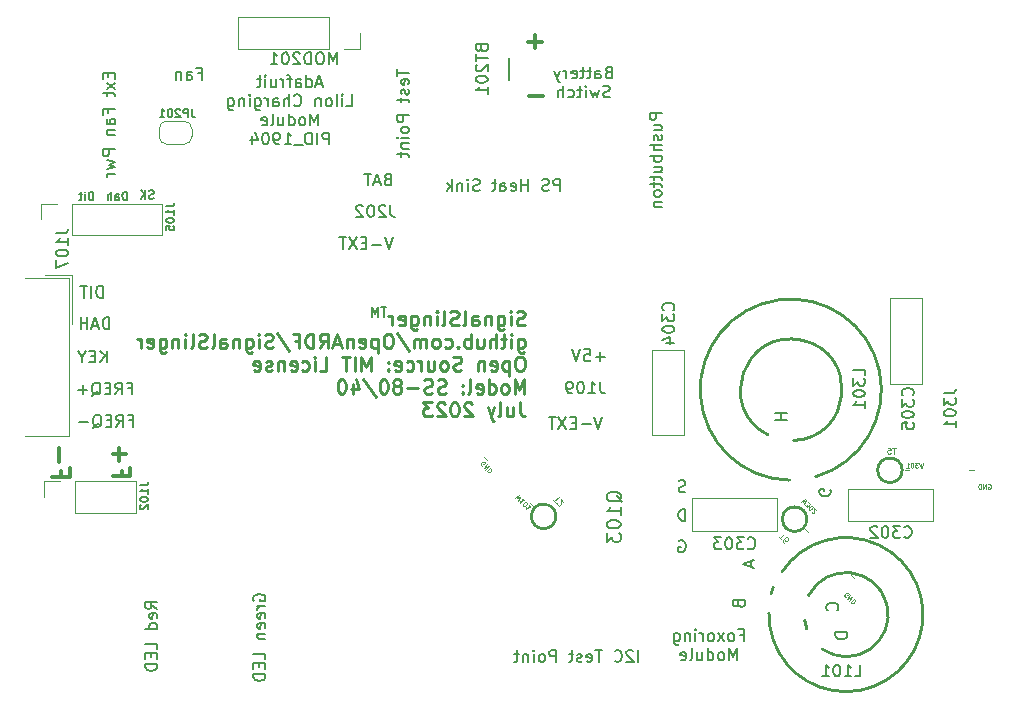
<source format=gbr>
%TF.GenerationSoftware,KiCad,Pcbnew,(6.0.4-0)*%
%TF.CreationDate,2023-07-28T13:04:44-04:00*%
%TF.ProjectId,SignalSlinger,5369676e-616c-4536-9c69-6e6765722e6b,rev?*%
%TF.SameCoordinates,Original*%
%TF.FileFunction,Legend,Bot*%
%TF.FilePolarity,Positive*%
%FSLAX46Y46*%
G04 Gerber Fmt 4.6, Leading zero omitted, Abs format (unit mm)*
G04 Created by KiCad (PCBNEW (6.0.4-0)) date 2023-07-28 13:04:44*
%MOMM*%
%LPD*%
G01*
G04 APERTURE LIST*
%ADD10C,0.150000*%
%ADD11C,0.250000*%
%ADD12C,0.300000*%
%ADD13C,0.100000*%
%ADD14C,0.125000*%
%ADD15C,0.120000*%
G04 APERTURE END LIST*
D10*
X89380000Y-65930000D02*
X89380000Y-64080000D01*
D11*
X90678928Y-86661714D02*
X90507500Y-86718857D01*
X90221785Y-86718857D01*
X90107500Y-86661714D01*
X90050357Y-86604571D01*
X89993214Y-86490285D01*
X89993214Y-86376000D01*
X90050357Y-86261714D01*
X90107500Y-86204571D01*
X90221785Y-86147428D01*
X90450357Y-86090285D01*
X90564642Y-86033142D01*
X90621785Y-85976000D01*
X90678928Y-85861714D01*
X90678928Y-85747428D01*
X90621785Y-85633142D01*
X90564642Y-85576000D01*
X90450357Y-85518857D01*
X90164642Y-85518857D01*
X89993214Y-85576000D01*
X89478928Y-86718857D02*
X89478928Y-85918857D01*
X89478928Y-85518857D02*
X89536071Y-85576000D01*
X89478928Y-85633142D01*
X89421785Y-85576000D01*
X89478928Y-85518857D01*
X89478928Y-85633142D01*
X88393214Y-85918857D02*
X88393214Y-86890285D01*
X88450357Y-87004571D01*
X88507500Y-87061714D01*
X88621785Y-87118857D01*
X88793214Y-87118857D01*
X88907500Y-87061714D01*
X88393214Y-86661714D02*
X88507500Y-86718857D01*
X88736071Y-86718857D01*
X88850357Y-86661714D01*
X88907500Y-86604571D01*
X88964642Y-86490285D01*
X88964642Y-86147428D01*
X88907500Y-86033142D01*
X88850357Y-85976000D01*
X88736071Y-85918857D01*
X88507500Y-85918857D01*
X88393214Y-85976000D01*
X87821785Y-85918857D02*
X87821785Y-86718857D01*
X87821785Y-86033142D02*
X87764642Y-85976000D01*
X87650357Y-85918857D01*
X87478928Y-85918857D01*
X87364642Y-85976000D01*
X87307500Y-86090285D01*
X87307500Y-86718857D01*
X86221785Y-86718857D02*
X86221785Y-86090285D01*
X86278928Y-85976000D01*
X86393214Y-85918857D01*
X86621785Y-85918857D01*
X86736071Y-85976000D01*
X86221785Y-86661714D02*
X86336071Y-86718857D01*
X86621785Y-86718857D01*
X86736071Y-86661714D01*
X86793214Y-86547428D01*
X86793214Y-86433142D01*
X86736071Y-86318857D01*
X86621785Y-86261714D01*
X86336071Y-86261714D01*
X86221785Y-86204571D01*
X85478928Y-86718857D02*
X85593214Y-86661714D01*
X85650357Y-86547428D01*
X85650357Y-85518857D01*
X85078928Y-86661714D02*
X84907500Y-86718857D01*
X84621785Y-86718857D01*
X84507500Y-86661714D01*
X84450357Y-86604571D01*
X84393214Y-86490285D01*
X84393214Y-86376000D01*
X84450357Y-86261714D01*
X84507500Y-86204571D01*
X84621785Y-86147428D01*
X84850357Y-86090285D01*
X84964642Y-86033142D01*
X85021785Y-85976000D01*
X85078928Y-85861714D01*
X85078928Y-85747428D01*
X85021785Y-85633142D01*
X84964642Y-85576000D01*
X84850357Y-85518857D01*
X84564642Y-85518857D01*
X84393214Y-85576000D01*
X83707500Y-86718857D02*
X83821785Y-86661714D01*
X83878928Y-86547428D01*
X83878928Y-85518857D01*
X83250357Y-86718857D02*
X83250357Y-85918857D01*
X83250357Y-85518857D02*
X83307500Y-85576000D01*
X83250357Y-85633142D01*
X83193214Y-85576000D01*
X83250357Y-85518857D01*
X83250357Y-85633142D01*
X82678928Y-85918857D02*
X82678928Y-86718857D01*
X82678928Y-86033142D02*
X82621785Y-85976000D01*
X82507500Y-85918857D01*
X82336071Y-85918857D01*
X82221785Y-85976000D01*
X82164642Y-86090285D01*
X82164642Y-86718857D01*
X81078928Y-85918857D02*
X81078928Y-86890285D01*
X81136071Y-87004571D01*
X81193214Y-87061714D01*
X81307500Y-87118857D01*
X81478928Y-87118857D01*
X81593214Y-87061714D01*
X81078928Y-86661714D02*
X81193214Y-86718857D01*
X81421785Y-86718857D01*
X81536071Y-86661714D01*
X81593214Y-86604571D01*
X81650357Y-86490285D01*
X81650357Y-86147428D01*
X81593214Y-86033142D01*
X81536071Y-85976000D01*
X81421785Y-85918857D01*
X81193214Y-85918857D01*
X81078928Y-85976000D01*
X80050357Y-86661714D02*
X80164642Y-86718857D01*
X80393214Y-86718857D01*
X80507500Y-86661714D01*
X80564642Y-86547428D01*
X80564642Y-86090285D01*
X80507500Y-85976000D01*
X80393214Y-85918857D01*
X80164642Y-85918857D01*
X80050357Y-85976000D01*
X79993214Y-86090285D01*
X79993214Y-86204571D01*
X80564642Y-86318857D01*
X79478928Y-86718857D02*
X79478928Y-85918857D01*
X79478928Y-86147428D02*
X79421785Y-86033142D01*
X79364642Y-85976000D01*
X79250357Y-85918857D01*
X79136071Y-85918857D01*
X90107500Y-87850857D02*
X90107500Y-88822285D01*
X90164642Y-88936571D01*
X90221785Y-88993714D01*
X90336071Y-89050857D01*
X90507500Y-89050857D01*
X90621785Y-88993714D01*
X90107500Y-88593714D02*
X90221785Y-88650857D01*
X90450357Y-88650857D01*
X90564642Y-88593714D01*
X90621785Y-88536571D01*
X90678928Y-88422285D01*
X90678928Y-88079428D01*
X90621785Y-87965142D01*
X90564642Y-87908000D01*
X90450357Y-87850857D01*
X90221785Y-87850857D01*
X90107500Y-87908000D01*
X89536071Y-88650857D02*
X89536071Y-87850857D01*
X89536071Y-87450857D02*
X89593214Y-87508000D01*
X89536071Y-87565142D01*
X89478928Y-87508000D01*
X89536071Y-87450857D01*
X89536071Y-87565142D01*
X89136071Y-87850857D02*
X88678928Y-87850857D01*
X88964642Y-87450857D02*
X88964642Y-88479428D01*
X88907500Y-88593714D01*
X88793214Y-88650857D01*
X88678928Y-88650857D01*
X88278928Y-88650857D02*
X88278928Y-87450857D01*
X87764642Y-88650857D02*
X87764642Y-88022285D01*
X87821785Y-87908000D01*
X87936071Y-87850857D01*
X88107500Y-87850857D01*
X88221785Y-87908000D01*
X88278928Y-87965142D01*
X86678928Y-87850857D02*
X86678928Y-88650857D01*
X87193214Y-87850857D02*
X87193214Y-88479428D01*
X87136071Y-88593714D01*
X87021785Y-88650857D01*
X86850357Y-88650857D01*
X86736071Y-88593714D01*
X86678928Y-88536571D01*
X86107500Y-88650857D02*
X86107500Y-87450857D01*
X86107500Y-87908000D02*
X85993214Y-87850857D01*
X85764642Y-87850857D01*
X85650357Y-87908000D01*
X85593214Y-87965142D01*
X85536071Y-88079428D01*
X85536071Y-88422285D01*
X85593214Y-88536571D01*
X85650357Y-88593714D01*
X85764642Y-88650857D01*
X85993214Y-88650857D01*
X86107500Y-88593714D01*
X85021785Y-88536571D02*
X84964642Y-88593714D01*
X85021785Y-88650857D01*
X85078928Y-88593714D01*
X85021785Y-88536571D01*
X85021785Y-88650857D01*
X83936071Y-88593714D02*
X84050357Y-88650857D01*
X84278928Y-88650857D01*
X84393214Y-88593714D01*
X84450357Y-88536571D01*
X84507500Y-88422285D01*
X84507500Y-88079428D01*
X84450357Y-87965142D01*
X84393214Y-87908000D01*
X84278928Y-87850857D01*
X84050357Y-87850857D01*
X83936071Y-87908000D01*
X83250357Y-88650857D02*
X83364642Y-88593714D01*
X83421785Y-88536571D01*
X83478928Y-88422285D01*
X83478928Y-88079428D01*
X83421785Y-87965142D01*
X83364642Y-87908000D01*
X83250357Y-87850857D01*
X83078928Y-87850857D01*
X82964642Y-87908000D01*
X82907500Y-87965142D01*
X82850357Y-88079428D01*
X82850357Y-88422285D01*
X82907500Y-88536571D01*
X82964642Y-88593714D01*
X83078928Y-88650857D01*
X83250357Y-88650857D01*
X82336071Y-88650857D02*
X82336071Y-87850857D01*
X82336071Y-87965142D02*
X82278928Y-87908000D01*
X82164642Y-87850857D01*
X81993214Y-87850857D01*
X81878928Y-87908000D01*
X81821785Y-88022285D01*
X81821785Y-88650857D01*
X81821785Y-88022285D02*
X81764642Y-87908000D01*
X81650357Y-87850857D01*
X81478928Y-87850857D01*
X81364642Y-87908000D01*
X81307500Y-88022285D01*
X81307500Y-88650857D01*
X79878928Y-87393714D02*
X80907500Y-88936571D01*
X79250357Y-87450857D02*
X79021785Y-87450857D01*
X78907499Y-87508000D01*
X78793214Y-87622285D01*
X78736071Y-87850857D01*
X78736071Y-88250857D01*
X78793214Y-88479428D01*
X78907499Y-88593714D01*
X79021785Y-88650857D01*
X79250357Y-88650857D01*
X79364642Y-88593714D01*
X79478928Y-88479428D01*
X79536071Y-88250857D01*
X79536071Y-87850857D01*
X79478928Y-87622285D01*
X79364642Y-87508000D01*
X79250357Y-87450857D01*
X78221785Y-87850857D02*
X78221785Y-89050857D01*
X78221785Y-87908000D02*
X78107499Y-87850857D01*
X77878928Y-87850857D01*
X77764642Y-87908000D01*
X77707499Y-87965142D01*
X77650357Y-88079428D01*
X77650357Y-88422285D01*
X77707499Y-88536571D01*
X77764642Y-88593714D01*
X77878928Y-88650857D01*
X78107499Y-88650857D01*
X78221785Y-88593714D01*
X76678928Y-88593714D02*
X76793214Y-88650857D01*
X77021785Y-88650857D01*
X77136071Y-88593714D01*
X77193214Y-88479428D01*
X77193214Y-88022285D01*
X77136071Y-87908000D01*
X77021785Y-87850857D01*
X76793214Y-87850857D01*
X76678928Y-87908000D01*
X76621785Y-88022285D01*
X76621785Y-88136571D01*
X77193214Y-88250857D01*
X76107499Y-87850857D02*
X76107499Y-88650857D01*
X76107499Y-87965142D02*
X76050357Y-87908000D01*
X75936071Y-87850857D01*
X75764642Y-87850857D01*
X75650357Y-87908000D01*
X75593214Y-88022285D01*
X75593214Y-88650857D01*
X75078928Y-88308000D02*
X74507499Y-88308000D01*
X75193214Y-88650857D02*
X74793214Y-87450857D01*
X74393214Y-88650857D01*
X73307499Y-88650857D02*
X73707499Y-88079428D01*
X73993214Y-88650857D02*
X73993214Y-87450857D01*
X73536071Y-87450857D01*
X73421785Y-87508000D01*
X73364642Y-87565142D01*
X73307499Y-87679428D01*
X73307499Y-87850857D01*
X73364642Y-87965142D01*
X73421785Y-88022285D01*
X73536071Y-88079428D01*
X73993214Y-88079428D01*
X72793214Y-88650857D02*
X72793214Y-87450857D01*
X72507499Y-87450857D01*
X72336071Y-87508000D01*
X72221785Y-87622285D01*
X72164642Y-87736571D01*
X72107499Y-87965142D01*
X72107499Y-88136571D01*
X72164642Y-88365142D01*
X72221785Y-88479428D01*
X72336071Y-88593714D01*
X72507499Y-88650857D01*
X72793214Y-88650857D01*
X71193214Y-88022285D02*
X71593214Y-88022285D01*
X71593214Y-88650857D02*
X71593214Y-87450857D01*
X71021785Y-87450857D01*
X69707499Y-87393714D02*
X70736071Y-88936571D01*
X69364642Y-88593714D02*
X69193214Y-88650857D01*
X68907499Y-88650857D01*
X68793214Y-88593714D01*
X68736071Y-88536571D01*
X68678928Y-88422285D01*
X68678928Y-88308000D01*
X68736071Y-88193714D01*
X68793214Y-88136571D01*
X68907499Y-88079428D01*
X69136071Y-88022285D01*
X69250357Y-87965142D01*
X69307499Y-87908000D01*
X69364642Y-87793714D01*
X69364642Y-87679428D01*
X69307499Y-87565142D01*
X69250357Y-87508000D01*
X69136071Y-87450857D01*
X68850357Y-87450857D01*
X68678928Y-87508000D01*
X68164642Y-88650857D02*
X68164642Y-87850857D01*
X68164642Y-87450857D02*
X68221785Y-87508000D01*
X68164642Y-87565142D01*
X68107499Y-87508000D01*
X68164642Y-87450857D01*
X68164642Y-87565142D01*
X67078928Y-87850857D02*
X67078928Y-88822285D01*
X67136071Y-88936571D01*
X67193214Y-88993714D01*
X67307499Y-89050857D01*
X67478928Y-89050857D01*
X67593214Y-88993714D01*
X67078928Y-88593714D02*
X67193214Y-88650857D01*
X67421785Y-88650857D01*
X67536071Y-88593714D01*
X67593214Y-88536571D01*
X67650357Y-88422285D01*
X67650357Y-88079428D01*
X67593214Y-87965142D01*
X67536071Y-87908000D01*
X67421785Y-87850857D01*
X67193214Y-87850857D01*
X67078928Y-87908000D01*
X66507499Y-87850857D02*
X66507499Y-88650857D01*
X66507499Y-87965142D02*
X66450357Y-87908000D01*
X66336071Y-87850857D01*
X66164642Y-87850857D01*
X66050357Y-87908000D01*
X65993214Y-88022285D01*
X65993214Y-88650857D01*
X64907499Y-88650857D02*
X64907499Y-88022285D01*
X64964642Y-87908000D01*
X65078928Y-87850857D01*
X65307499Y-87850857D01*
X65421785Y-87908000D01*
X64907499Y-88593714D02*
X65021785Y-88650857D01*
X65307499Y-88650857D01*
X65421785Y-88593714D01*
X65478928Y-88479428D01*
X65478928Y-88365142D01*
X65421785Y-88250857D01*
X65307499Y-88193714D01*
X65021785Y-88193714D01*
X64907499Y-88136571D01*
X64164642Y-88650857D02*
X64278928Y-88593714D01*
X64336071Y-88479428D01*
X64336071Y-87450857D01*
X63764642Y-88593714D02*
X63593214Y-88650857D01*
X63307499Y-88650857D01*
X63193214Y-88593714D01*
X63136071Y-88536571D01*
X63078928Y-88422285D01*
X63078928Y-88308000D01*
X63136071Y-88193714D01*
X63193214Y-88136571D01*
X63307499Y-88079428D01*
X63536071Y-88022285D01*
X63650357Y-87965142D01*
X63707499Y-87908000D01*
X63764642Y-87793714D01*
X63764642Y-87679428D01*
X63707499Y-87565142D01*
X63650357Y-87508000D01*
X63536071Y-87450857D01*
X63250357Y-87450857D01*
X63078928Y-87508000D01*
X62393214Y-88650857D02*
X62507499Y-88593714D01*
X62564642Y-88479428D01*
X62564642Y-87450857D01*
X61936071Y-88650857D02*
X61936071Y-87850857D01*
X61936071Y-87450857D02*
X61993214Y-87508000D01*
X61936071Y-87565142D01*
X61878928Y-87508000D01*
X61936071Y-87450857D01*
X61936071Y-87565142D01*
X61364642Y-87850857D02*
X61364642Y-88650857D01*
X61364642Y-87965142D02*
X61307499Y-87908000D01*
X61193214Y-87850857D01*
X61021785Y-87850857D01*
X60907499Y-87908000D01*
X60850357Y-88022285D01*
X60850357Y-88650857D01*
X59764642Y-87850857D02*
X59764642Y-88822285D01*
X59821785Y-88936571D01*
X59878928Y-88993714D01*
X59993214Y-89050857D01*
X60164642Y-89050857D01*
X60278928Y-88993714D01*
X59764642Y-88593714D02*
X59878928Y-88650857D01*
X60107499Y-88650857D01*
X60221785Y-88593714D01*
X60278928Y-88536571D01*
X60336071Y-88422285D01*
X60336071Y-88079428D01*
X60278928Y-87965142D01*
X60221785Y-87908000D01*
X60107499Y-87850857D01*
X59878928Y-87850857D01*
X59764642Y-87908000D01*
X58736071Y-88593714D02*
X58850357Y-88650857D01*
X59078928Y-88650857D01*
X59193214Y-88593714D01*
X59250357Y-88479428D01*
X59250357Y-88022285D01*
X59193214Y-87908000D01*
X59078928Y-87850857D01*
X58850357Y-87850857D01*
X58736071Y-87908000D01*
X58678928Y-88022285D01*
X58678928Y-88136571D01*
X59250357Y-88250857D01*
X58164642Y-88650857D02*
X58164642Y-87850857D01*
X58164642Y-88079428D02*
X58107499Y-87965142D01*
X58050357Y-87908000D01*
X57936071Y-87850857D01*
X57821785Y-87850857D01*
X90393214Y-89382857D02*
X90164642Y-89382857D01*
X90050357Y-89440000D01*
X89936071Y-89554285D01*
X89878928Y-89782857D01*
X89878928Y-90182857D01*
X89936071Y-90411428D01*
X90050357Y-90525714D01*
X90164642Y-90582857D01*
X90393214Y-90582857D01*
X90507500Y-90525714D01*
X90621785Y-90411428D01*
X90678928Y-90182857D01*
X90678928Y-89782857D01*
X90621785Y-89554285D01*
X90507500Y-89440000D01*
X90393214Y-89382857D01*
X89364642Y-89782857D02*
X89364642Y-90982857D01*
X89364642Y-89840000D02*
X89250357Y-89782857D01*
X89021785Y-89782857D01*
X88907500Y-89840000D01*
X88850357Y-89897142D01*
X88793214Y-90011428D01*
X88793214Y-90354285D01*
X88850357Y-90468571D01*
X88907500Y-90525714D01*
X89021785Y-90582857D01*
X89250357Y-90582857D01*
X89364642Y-90525714D01*
X87821785Y-90525714D02*
X87936071Y-90582857D01*
X88164642Y-90582857D01*
X88278928Y-90525714D01*
X88336071Y-90411428D01*
X88336071Y-89954285D01*
X88278928Y-89840000D01*
X88164642Y-89782857D01*
X87936071Y-89782857D01*
X87821785Y-89840000D01*
X87764642Y-89954285D01*
X87764642Y-90068571D01*
X88336071Y-90182857D01*
X87250357Y-89782857D02*
X87250357Y-90582857D01*
X87250357Y-89897142D02*
X87193214Y-89840000D01*
X87078928Y-89782857D01*
X86907500Y-89782857D01*
X86793214Y-89840000D01*
X86736071Y-89954285D01*
X86736071Y-90582857D01*
X85307500Y-90525714D02*
X85136071Y-90582857D01*
X84850357Y-90582857D01*
X84736071Y-90525714D01*
X84678928Y-90468571D01*
X84621785Y-90354285D01*
X84621785Y-90240000D01*
X84678928Y-90125714D01*
X84736071Y-90068571D01*
X84850357Y-90011428D01*
X85078928Y-89954285D01*
X85193214Y-89897142D01*
X85250357Y-89840000D01*
X85307500Y-89725714D01*
X85307500Y-89611428D01*
X85250357Y-89497142D01*
X85193214Y-89440000D01*
X85078928Y-89382857D01*
X84793214Y-89382857D01*
X84621785Y-89440000D01*
X83936071Y-90582857D02*
X84050357Y-90525714D01*
X84107500Y-90468571D01*
X84164642Y-90354285D01*
X84164642Y-90011428D01*
X84107500Y-89897142D01*
X84050357Y-89840000D01*
X83936071Y-89782857D01*
X83764642Y-89782857D01*
X83650357Y-89840000D01*
X83593214Y-89897142D01*
X83536071Y-90011428D01*
X83536071Y-90354285D01*
X83593214Y-90468571D01*
X83650357Y-90525714D01*
X83764642Y-90582857D01*
X83936071Y-90582857D01*
X82507500Y-89782857D02*
X82507500Y-90582857D01*
X83021785Y-89782857D02*
X83021785Y-90411428D01*
X82964642Y-90525714D01*
X82850357Y-90582857D01*
X82678928Y-90582857D01*
X82564642Y-90525714D01*
X82507500Y-90468571D01*
X81936071Y-90582857D02*
X81936071Y-89782857D01*
X81936071Y-90011428D02*
X81878928Y-89897142D01*
X81821785Y-89840000D01*
X81707500Y-89782857D01*
X81593214Y-89782857D01*
X80678928Y-90525714D02*
X80793214Y-90582857D01*
X81021785Y-90582857D01*
X81136071Y-90525714D01*
X81193214Y-90468571D01*
X81250357Y-90354285D01*
X81250357Y-90011428D01*
X81193214Y-89897142D01*
X81136071Y-89840000D01*
X81021785Y-89782857D01*
X80793214Y-89782857D01*
X80678928Y-89840000D01*
X79707500Y-90525714D02*
X79821785Y-90582857D01*
X80050357Y-90582857D01*
X80164642Y-90525714D01*
X80221785Y-90411428D01*
X80221785Y-89954285D01*
X80164642Y-89840000D01*
X80050357Y-89782857D01*
X79821785Y-89782857D01*
X79707500Y-89840000D01*
X79650357Y-89954285D01*
X79650357Y-90068571D01*
X80221785Y-90182857D01*
X79136071Y-90468571D02*
X79078928Y-90525714D01*
X79136071Y-90582857D01*
X79193214Y-90525714D01*
X79136071Y-90468571D01*
X79136071Y-90582857D01*
X79136071Y-89840000D02*
X79078928Y-89897142D01*
X79136071Y-89954285D01*
X79193214Y-89897142D01*
X79136071Y-89840000D01*
X79136071Y-89954285D01*
X77650357Y-90582857D02*
X77650357Y-89382857D01*
X77250357Y-90240000D01*
X76850357Y-89382857D01*
X76850357Y-90582857D01*
X76278928Y-90582857D02*
X76278928Y-89382857D01*
X75878928Y-89382857D02*
X75193214Y-89382857D01*
X75536071Y-90582857D02*
X75536071Y-89382857D01*
X73307500Y-90582857D02*
X73878928Y-90582857D01*
X73878928Y-89382857D01*
X72907500Y-90582857D02*
X72907500Y-89782857D01*
X72907500Y-89382857D02*
X72964642Y-89440000D01*
X72907500Y-89497142D01*
X72850357Y-89440000D01*
X72907500Y-89382857D01*
X72907500Y-89497142D01*
X71821785Y-90525714D02*
X71936071Y-90582857D01*
X72164642Y-90582857D01*
X72278928Y-90525714D01*
X72336071Y-90468571D01*
X72393214Y-90354285D01*
X72393214Y-90011428D01*
X72336071Y-89897142D01*
X72278928Y-89840000D01*
X72164642Y-89782857D01*
X71936071Y-89782857D01*
X71821785Y-89840000D01*
X70850357Y-90525714D02*
X70964642Y-90582857D01*
X71193214Y-90582857D01*
X71307500Y-90525714D01*
X71364642Y-90411428D01*
X71364642Y-89954285D01*
X71307500Y-89840000D01*
X71193214Y-89782857D01*
X70964642Y-89782857D01*
X70850357Y-89840000D01*
X70793214Y-89954285D01*
X70793214Y-90068571D01*
X71364642Y-90182857D01*
X70278928Y-89782857D02*
X70278928Y-90582857D01*
X70278928Y-89897142D02*
X70221785Y-89840000D01*
X70107500Y-89782857D01*
X69936071Y-89782857D01*
X69821785Y-89840000D01*
X69764642Y-89954285D01*
X69764642Y-90582857D01*
X69250357Y-90525714D02*
X69136071Y-90582857D01*
X68907500Y-90582857D01*
X68793214Y-90525714D01*
X68736071Y-90411428D01*
X68736071Y-90354285D01*
X68793214Y-90240000D01*
X68907500Y-90182857D01*
X69078928Y-90182857D01*
X69193214Y-90125714D01*
X69250357Y-90011428D01*
X69250357Y-89954285D01*
X69193214Y-89840000D01*
X69078928Y-89782857D01*
X68907500Y-89782857D01*
X68793214Y-89840000D01*
X67764642Y-90525714D02*
X67878928Y-90582857D01*
X68107500Y-90582857D01*
X68221785Y-90525714D01*
X68278928Y-90411428D01*
X68278928Y-89954285D01*
X68221785Y-89840000D01*
X68107500Y-89782857D01*
X67878928Y-89782857D01*
X67764642Y-89840000D01*
X67707500Y-89954285D01*
X67707500Y-90068571D01*
X68278928Y-90182857D01*
X90621785Y-92514857D02*
X90621785Y-91314857D01*
X90221785Y-92172000D01*
X89821785Y-91314857D01*
X89821785Y-92514857D01*
X89078928Y-92514857D02*
X89193214Y-92457714D01*
X89250357Y-92400571D01*
X89307500Y-92286285D01*
X89307500Y-91943428D01*
X89250357Y-91829142D01*
X89193214Y-91772000D01*
X89078928Y-91714857D01*
X88907500Y-91714857D01*
X88793214Y-91772000D01*
X88736071Y-91829142D01*
X88678928Y-91943428D01*
X88678928Y-92286285D01*
X88736071Y-92400571D01*
X88793214Y-92457714D01*
X88907500Y-92514857D01*
X89078928Y-92514857D01*
X87650357Y-92514857D02*
X87650357Y-91314857D01*
X87650357Y-92457714D02*
X87764642Y-92514857D01*
X87993214Y-92514857D01*
X88107500Y-92457714D01*
X88164642Y-92400571D01*
X88221785Y-92286285D01*
X88221785Y-91943428D01*
X88164642Y-91829142D01*
X88107500Y-91772000D01*
X87993214Y-91714857D01*
X87764642Y-91714857D01*
X87650357Y-91772000D01*
X86621785Y-92457714D02*
X86736071Y-92514857D01*
X86964642Y-92514857D01*
X87078928Y-92457714D01*
X87136071Y-92343428D01*
X87136071Y-91886285D01*
X87078928Y-91772000D01*
X86964642Y-91714857D01*
X86736071Y-91714857D01*
X86621785Y-91772000D01*
X86564642Y-91886285D01*
X86564642Y-92000571D01*
X87136071Y-92114857D01*
X85878928Y-92514857D02*
X85993214Y-92457714D01*
X86050357Y-92343428D01*
X86050357Y-91314857D01*
X85421785Y-92400571D02*
X85364642Y-92457714D01*
X85421785Y-92514857D01*
X85478928Y-92457714D01*
X85421785Y-92400571D01*
X85421785Y-92514857D01*
X85421785Y-91772000D02*
X85364642Y-91829142D01*
X85421785Y-91886285D01*
X85478928Y-91829142D01*
X85421785Y-91772000D01*
X85421785Y-91886285D01*
X83993214Y-92457714D02*
X83821785Y-92514857D01*
X83536071Y-92514857D01*
X83421785Y-92457714D01*
X83364642Y-92400571D01*
X83307500Y-92286285D01*
X83307500Y-92172000D01*
X83364642Y-92057714D01*
X83421785Y-92000571D01*
X83536071Y-91943428D01*
X83764642Y-91886285D01*
X83878928Y-91829142D01*
X83936071Y-91772000D01*
X83993214Y-91657714D01*
X83993214Y-91543428D01*
X83936071Y-91429142D01*
X83878928Y-91372000D01*
X83764642Y-91314857D01*
X83478928Y-91314857D01*
X83307500Y-91372000D01*
X82850357Y-92457714D02*
X82678928Y-92514857D01*
X82393214Y-92514857D01*
X82278928Y-92457714D01*
X82221785Y-92400571D01*
X82164642Y-92286285D01*
X82164642Y-92172000D01*
X82221785Y-92057714D01*
X82278928Y-92000571D01*
X82393214Y-91943428D01*
X82621785Y-91886285D01*
X82736071Y-91829142D01*
X82793214Y-91772000D01*
X82850357Y-91657714D01*
X82850357Y-91543428D01*
X82793214Y-91429142D01*
X82736071Y-91372000D01*
X82621785Y-91314857D01*
X82336071Y-91314857D01*
X82164642Y-91372000D01*
X81650357Y-92057714D02*
X80736071Y-92057714D01*
X79993214Y-91829142D02*
X80107500Y-91772000D01*
X80164642Y-91714857D01*
X80221785Y-91600571D01*
X80221785Y-91543428D01*
X80164642Y-91429142D01*
X80107500Y-91372000D01*
X79993214Y-91314857D01*
X79764642Y-91314857D01*
X79650357Y-91372000D01*
X79593214Y-91429142D01*
X79536071Y-91543428D01*
X79536071Y-91600571D01*
X79593214Y-91714857D01*
X79650357Y-91772000D01*
X79764642Y-91829142D01*
X79993214Y-91829142D01*
X80107500Y-91886285D01*
X80164642Y-91943428D01*
X80221785Y-92057714D01*
X80221785Y-92286285D01*
X80164642Y-92400571D01*
X80107500Y-92457714D01*
X79993214Y-92514857D01*
X79764642Y-92514857D01*
X79650357Y-92457714D01*
X79593214Y-92400571D01*
X79536071Y-92286285D01*
X79536071Y-92057714D01*
X79593214Y-91943428D01*
X79650357Y-91886285D01*
X79764642Y-91829142D01*
X78793214Y-91314857D02*
X78678928Y-91314857D01*
X78564642Y-91372000D01*
X78507500Y-91429142D01*
X78450357Y-91543428D01*
X78393214Y-91772000D01*
X78393214Y-92057714D01*
X78450357Y-92286285D01*
X78507500Y-92400571D01*
X78564642Y-92457714D01*
X78678928Y-92514857D01*
X78793214Y-92514857D01*
X78907500Y-92457714D01*
X78964642Y-92400571D01*
X79021785Y-92286285D01*
X79078928Y-92057714D01*
X79078928Y-91772000D01*
X79021785Y-91543428D01*
X78964642Y-91429142D01*
X78907500Y-91372000D01*
X78793214Y-91314857D01*
X77021785Y-91257714D02*
X78050357Y-92800571D01*
X76107500Y-91714857D02*
X76107500Y-92514857D01*
X76393214Y-91257714D02*
X76678928Y-92114857D01*
X75936071Y-92114857D01*
X75250357Y-91314857D02*
X75136071Y-91314857D01*
X75021785Y-91372000D01*
X74964642Y-91429142D01*
X74907500Y-91543428D01*
X74850357Y-91772000D01*
X74850357Y-92057714D01*
X74907500Y-92286285D01*
X74964642Y-92400571D01*
X75021785Y-92457714D01*
X75136071Y-92514857D01*
X75250357Y-92514857D01*
X75364642Y-92457714D01*
X75421785Y-92400571D01*
X75478928Y-92286285D01*
X75536071Y-92057714D01*
X75536071Y-91772000D01*
X75478928Y-91543428D01*
X75421785Y-91429142D01*
X75364642Y-91372000D01*
X75250357Y-91314857D01*
X90278928Y-93246857D02*
X90278928Y-94104000D01*
X90336071Y-94275428D01*
X90450357Y-94389714D01*
X90621785Y-94446857D01*
X90736071Y-94446857D01*
X89193214Y-93646857D02*
X89193214Y-94446857D01*
X89707500Y-93646857D02*
X89707500Y-94275428D01*
X89650357Y-94389714D01*
X89536071Y-94446857D01*
X89364642Y-94446857D01*
X89250357Y-94389714D01*
X89193214Y-94332571D01*
X88450357Y-94446857D02*
X88564642Y-94389714D01*
X88621785Y-94275428D01*
X88621785Y-93246857D01*
X88107500Y-93646857D02*
X87821785Y-94446857D01*
X87536071Y-93646857D02*
X87821785Y-94446857D01*
X87936071Y-94732571D01*
X87993214Y-94789714D01*
X88107500Y-94846857D01*
X86221785Y-93361142D02*
X86164642Y-93304000D01*
X86050357Y-93246857D01*
X85764642Y-93246857D01*
X85650357Y-93304000D01*
X85593214Y-93361142D01*
X85536071Y-93475428D01*
X85536071Y-93589714D01*
X85593214Y-93761142D01*
X86278928Y-94446857D01*
X85536071Y-94446857D01*
X84793214Y-93246857D02*
X84678928Y-93246857D01*
X84564642Y-93304000D01*
X84507500Y-93361142D01*
X84450357Y-93475428D01*
X84393214Y-93704000D01*
X84393214Y-93989714D01*
X84450357Y-94218285D01*
X84507500Y-94332571D01*
X84564642Y-94389714D01*
X84678928Y-94446857D01*
X84793214Y-94446857D01*
X84907500Y-94389714D01*
X84964642Y-94332571D01*
X85021785Y-94218285D01*
X85078928Y-93989714D01*
X85078928Y-93704000D01*
X85021785Y-93475428D01*
X84964642Y-93361142D01*
X84907500Y-93304000D01*
X84793214Y-93246857D01*
X83936071Y-93361142D02*
X83878928Y-93304000D01*
X83764642Y-93246857D01*
X83478928Y-93246857D01*
X83364642Y-93304000D01*
X83307500Y-93361142D01*
X83250357Y-93475428D01*
X83250357Y-93589714D01*
X83307500Y-93761142D01*
X83993214Y-94446857D01*
X83250357Y-94446857D01*
X82850357Y-93246857D02*
X82107500Y-93246857D01*
X82507500Y-93704000D01*
X82336071Y-93704000D01*
X82221785Y-93761142D01*
X82164642Y-93818285D01*
X82107500Y-93932571D01*
X82107500Y-94218285D01*
X82164642Y-94332571D01*
X82221785Y-94389714D01*
X82336071Y-94446857D01*
X82678928Y-94446857D01*
X82793214Y-94389714D01*
X82850357Y-94332571D01*
D10*
X55292857Y-89872380D02*
X55292857Y-88872380D01*
X54721428Y-89872380D02*
X55150000Y-89300952D01*
X54721428Y-88872380D02*
X55292857Y-89443809D01*
X54292857Y-89348571D02*
X53959523Y-89348571D01*
X53816666Y-89872380D02*
X54292857Y-89872380D01*
X54292857Y-88872380D01*
X53816666Y-88872380D01*
X53197619Y-89396190D02*
X53197619Y-89872380D01*
X53530952Y-88872380D02*
X53197619Y-89396190D01*
X52864285Y-88872380D01*
X97435714Y-89391428D02*
X96673809Y-89391428D01*
X97054761Y-89772380D02*
X97054761Y-89010476D01*
X95721428Y-88772380D02*
X96197619Y-88772380D01*
X96245238Y-89248571D01*
X96197619Y-89200952D01*
X96102380Y-89153333D01*
X95864285Y-89153333D01*
X95769047Y-89200952D01*
X95721428Y-89248571D01*
X95673809Y-89343809D01*
X95673809Y-89581904D01*
X95721428Y-89677142D01*
X95769047Y-89724761D01*
X95864285Y-89772380D01*
X96102380Y-89772380D01*
X96197619Y-89724761D01*
X96245238Y-89677142D01*
X95388095Y-88772380D02*
X95054761Y-89772380D01*
X94721428Y-88772380D01*
X57122380Y-92058571D02*
X57455714Y-92058571D01*
X57455714Y-92582380D02*
X57455714Y-91582380D01*
X56979523Y-91582380D01*
X56027142Y-92582380D02*
X56360476Y-92106190D01*
X56598571Y-92582380D02*
X56598571Y-91582380D01*
X56217619Y-91582380D01*
X56122380Y-91630000D01*
X56074761Y-91677619D01*
X56027142Y-91772857D01*
X56027142Y-91915714D01*
X56074761Y-92010952D01*
X56122380Y-92058571D01*
X56217619Y-92106190D01*
X56598571Y-92106190D01*
X55598571Y-92058571D02*
X55265238Y-92058571D01*
X55122380Y-92582380D02*
X55598571Y-92582380D01*
X55598571Y-91582380D01*
X55122380Y-91582380D01*
X54027142Y-92677619D02*
X54122380Y-92630000D01*
X54217619Y-92534761D01*
X54360476Y-92391904D01*
X54455714Y-92344285D01*
X54550952Y-92344285D01*
X54503333Y-92582380D02*
X54598571Y-92534761D01*
X54693809Y-92439523D01*
X54741428Y-92249047D01*
X54741428Y-91915714D01*
X54693809Y-91725238D01*
X54598571Y-91630000D01*
X54503333Y-91582380D01*
X54312857Y-91582380D01*
X54217619Y-91630000D01*
X54122380Y-91725238D01*
X54074761Y-91915714D01*
X54074761Y-92249047D01*
X54122380Y-92439523D01*
X54217619Y-92534761D01*
X54312857Y-92582380D01*
X54503333Y-92582380D01*
X53646190Y-92201428D02*
X52884285Y-92201428D01*
X53265238Y-92582380D02*
X53265238Y-91820476D01*
X93671904Y-75352380D02*
X93671904Y-74352380D01*
X93290952Y-74352380D01*
X93195714Y-74400000D01*
X93148095Y-74447619D01*
X93100476Y-74542857D01*
X93100476Y-74685714D01*
X93148095Y-74780952D01*
X93195714Y-74828571D01*
X93290952Y-74876190D01*
X93671904Y-74876190D01*
X92719523Y-75304761D02*
X92576666Y-75352380D01*
X92338571Y-75352380D01*
X92243333Y-75304761D01*
X92195714Y-75257142D01*
X92148095Y-75161904D01*
X92148095Y-75066666D01*
X92195714Y-74971428D01*
X92243333Y-74923809D01*
X92338571Y-74876190D01*
X92529047Y-74828571D01*
X92624285Y-74780952D01*
X92671904Y-74733333D01*
X92719523Y-74638095D01*
X92719523Y-74542857D01*
X92671904Y-74447619D01*
X92624285Y-74400000D01*
X92529047Y-74352380D01*
X92290952Y-74352380D01*
X92148095Y-74400000D01*
X90957619Y-75352380D02*
X90957619Y-74352380D01*
X90957619Y-74828571D02*
X90386190Y-74828571D01*
X90386190Y-75352380D02*
X90386190Y-74352380D01*
X89529047Y-75304761D02*
X89624285Y-75352380D01*
X89814761Y-75352380D01*
X89910000Y-75304761D01*
X89957619Y-75209523D01*
X89957619Y-74828571D01*
X89910000Y-74733333D01*
X89814761Y-74685714D01*
X89624285Y-74685714D01*
X89529047Y-74733333D01*
X89481428Y-74828571D01*
X89481428Y-74923809D01*
X89957619Y-75019047D01*
X88624285Y-75352380D02*
X88624285Y-74828571D01*
X88671904Y-74733333D01*
X88767142Y-74685714D01*
X88957619Y-74685714D01*
X89052857Y-74733333D01*
X88624285Y-75304761D02*
X88719523Y-75352380D01*
X88957619Y-75352380D01*
X89052857Y-75304761D01*
X89100476Y-75209523D01*
X89100476Y-75114285D01*
X89052857Y-75019047D01*
X88957619Y-74971428D01*
X88719523Y-74971428D01*
X88624285Y-74923809D01*
X88290952Y-74685714D02*
X87910000Y-74685714D01*
X88148095Y-74352380D02*
X88148095Y-75209523D01*
X88100476Y-75304761D01*
X88005238Y-75352380D01*
X87910000Y-75352380D01*
X86862380Y-75304761D02*
X86719523Y-75352380D01*
X86481428Y-75352380D01*
X86386190Y-75304761D01*
X86338571Y-75257142D01*
X86290952Y-75161904D01*
X86290952Y-75066666D01*
X86338571Y-74971428D01*
X86386190Y-74923809D01*
X86481428Y-74876190D01*
X86671904Y-74828571D01*
X86767142Y-74780952D01*
X86814761Y-74733333D01*
X86862380Y-74638095D01*
X86862380Y-74542857D01*
X86814761Y-74447619D01*
X86767142Y-74400000D01*
X86671904Y-74352380D01*
X86433809Y-74352380D01*
X86290952Y-74400000D01*
X85862380Y-75352380D02*
X85862380Y-74685714D01*
X85862380Y-74352380D02*
X85910000Y-74400000D01*
X85862380Y-74447619D01*
X85814761Y-74400000D01*
X85862380Y-74352380D01*
X85862380Y-74447619D01*
X85386190Y-74685714D02*
X85386190Y-75352380D01*
X85386190Y-74780952D02*
X85338571Y-74733333D01*
X85243333Y-74685714D01*
X85100476Y-74685714D01*
X85005238Y-74733333D01*
X84957619Y-74828571D01*
X84957619Y-75352380D01*
X84481428Y-75352380D02*
X84481428Y-74352380D01*
X84386190Y-74971428D02*
X84100476Y-75352380D01*
X84100476Y-74685714D02*
X84481428Y-75066666D01*
X102262380Y-68777619D02*
X101262380Y-68777619D01*
X101262380Y-69158571D01*
X101310000Y-69253809D01*
X101357619Y-69301428D01*
X101452857Y-69349047D01*
X101595714Y-69349047D01*
X101690952Y-69301428D01*
X101738571Y-69253809D01*
X101786190Y-69158571D01*
X101786190Y-68777619D01*
X101595714Y-70206190D02*
X102262380Y-70206190D01*
X101595714Y-69777619D02*
X102119523Y-69777619D01*
X102214761Y-69825238D01*
X102262380Y-69920476D01*
X102262380Y-70063333D01*
X102214761Y-70158571D01*
X102167142Y-70206190D01*
X102214761Y-70634761D02*
X102262380Y-70730000D01*
X102262380Y-70920476D01*
X102214761Y-71015714D01*
X102119523Y-71063333D01*
X102071904Y-71063333D01*
X101976666Y-71015714D01*
X101929047Y-70920476D01*
X101929047Y-70777619D01*
X101881428Y-70682380D01*
X101786190Y-70634761D01*
X101738571Y-70634761D01*
X101643333Y-70682380D01*
X101595714Y-70777619D01*
X101595714Y-70920476D01*
X101643333Y-71015714D01*
X102262380Y-71491904D02*
X101262380Y-71491904D01*
X102262380Y-71920476D02*
X101738571Y-71920476D01*
X101643333Y-71872857D01*
X101595714Y-71777619D01*
X101595714Y-71634761D01*
X101643333Y-71539523D01*
X101690952Y-71491904D01*
X102262380Y-72396666D02*
X101262380Y-72396666D01*
X101643333Y-72396666D02*
X101595714Y-72491904D01*
X101595714Y-72682380D01*
X101643333Y-72777619D01*
X101690952Y-72825238D01*
X101786190Y-72872857D01*
X102071904Y-72872857D01*
X102167142Y-72825238D01*
X102214761Y-72777619D01*
X102262380Y-72682380D01*
X102262380Y-72491904D01*
X102214761Y-72396666D01*
X101595714Y-73730000D02*
X102262380Y-73730000D01*
X101595714Y-73301428D02*
X102119523Y-73301428D01*
X102214761Y-73349047D01*
X102262380Y-73444285D01*
X102262380Y-73587142D01*
X102214761Y-73682380D01*
X102167142Y-73730000D01*
X101595714Y-74063333D02*
X101595714Y-74444285D01*
X101262380Y-74206190D02*
X102119523Y-74206190D01*
X102214761Y-74253809D01*
X102262380Y-74349047D01*
X102262380Y-74444285D01*
X101595714Y-74634761D02*
X101595714Y-75015714D01*
X101262380Y-74777619D02*
X102119523Y-74777619D01*
X102214761Y-74825238D01*
X102262380Y-74920476D01*
X102262380Y-75015714D01*
X102262380Y-75491904D02*
X102214761Y-75396666D01*
X102167142Y-75349047D01*
X102071904Y-75301428D01*
X101786190Y-75301428D01*
X101690952Y-75349047D01*
X101643333Y-75396666D01*
X101595714Y-75491904D01*
X101595714Y-75634761D01*
X101643333Y-75730000D01*
X101690952Y-75777619D01*
X101786190Y-75825238D01*
X102071904Y-75825238D01*
X102167142Y-75777619D01*
X102214761Y-75730000D01*
X102262380Y-75634761D01*
X102262380Y-75491904D01*
X101595714Y-76253809D02*
X102262380Y-76253809D01*
X101690952Y-76253809D02*
X101643333Y-76301428D01*
X101595714Y-76396666D01*
X101595714Y-76539523D01*
X101643333Y-76634761D01*
X101738571Y-76682380D01*
X102262380Y-76682380D01*
X104261904Y-103302380D02*
X104261904Y-102302380D01*
X104023809Y-102302380D01*
X103880952Y-102350000D01*
X103785714Y-102445238D01*
X103738095Y-102540476D01*
X103690476Y-102730952D01*
X103690476Y-102873809D01*
X103738095Y-103064285D01*
X103785714Y-103159523D01*
X103880952Y-103254761D01*
X104023809Y-103302380D01*
X104261904Y-103302380D01*
X67760000Y-110054761D02*
X67712380Y-109959523D01*
X67712380Y-109816666D01*
X67760000Y-109673809D01*
X67855238Y-109578571D01*
X67950476Y-109530952D01*
X68140952Y-109483333D01*
X68283809Y-109483333D01*
X68474285Y-109530952D01*
X68569523Y-109578571D01*
X68664761Y-109673809D01*
X68712380Y-109816666D01*
X68712380Y-109911904D01*
X68664761Y-110054761D01*
X68617142Y-110102380D01*
X68283809Y-110102380D01*
X68283809Y-109911904D01*
X68712380Y-110530952D02*
X68045714Y-110530952D01*
X68236190Y-110530952D02*
X68140952Y-110578571D01*
X68093333Y-110626190D01*
X68045714Y-110721428D01*
X68045714Y-110816666D01*
X68664761Y-111530952D02*
X68712380Y-111435714D01*
X68712380Y-111245238D01*
X68664761Y-111150000D01*
X68569523Y-111102380D01*
X68188571Y-111102380D01*
X68093333Y-111150000D01*
X68045714Y-111245238D01*
X68045714Y-111435714D01*
X68093333Y-111530952D01*
X68188571Y-111578571D01*
X68283809Y-111578571D01*
X68379047Y-111102380D01*
X68664761Y-112388095D02*
X68712380Y-112292857D01*
X68712380Y-112102380D01*
X68664761Y-112007142D01*
X68569523Y-111959523D01*
X68188571Y-111959523D01*
X68093333Y-112007142D01*
X68045714Y-112102380D01*
X68045714Y-112292857D01*
X68093333Y-112388095D01*
X68188571Y-112435714D01*
X68283809Y-112435714D01*
X68379047Y-111959523D01*
X68045714Y-112864285D02*
X68712380Y-112864285D01*
X68140952Y-112864285D02*
X68093333Y-112911904D01*
X68045714Y-113007142D01*
X68045714Y-113150000D01*
X68093333Y-113245238D01*
X68188571Y-113292857D01*
X68712380Y-113292857D01*
X68712380Y-115007142D02*
X68712380Y-114530952D01*
X67712380Y-114530952D01*
X68188571Y-115340476D02*
X68188571Y-115673809D01*
X68712380Y-115816666D02*
X68712380Y-115340476D01*
X67712380Y-115340476D01*
X67712380Y-115816666D01*
X68712380Y-116245238D02*
X67712380Y-116245238D01*
X67712380Y-116483333D01*
X67760000Y-116626190D01*
X67855238Y-116721428D01*
X67950476Y-116769047D01*
X68140952Y-116816666D01*
X68283809Y-116816666D01*
X68474285Y-116769047D01*
X68569523Y-116721428D01*
X68664761Y-116626190D01*
X68712380Y-116483333D01*
X68712380Y-116245238D01*
X54150000Y-76116666D02*
X54150000Y-75416666D01*
X53983333Y-75416666D01*
X53883333Y-75450000D01*
X53816666Y-75516666D01*
X53783333Y-75583333D01*
X53750000Y-75716666D01*
X53750000Y-75816666D01*
X53783333Y-75950000D01*
X53816666Y-76016666D01*
X53883333Y-76083333D01*
X53983333Y-76116666D01*
X54150000Y-76116666D01*
X53450000Y-76116666D02*
X53450000Y-75650000D01*
X53450000Y-75416666D02*
X53483333Y-75450000D01*
X53450000Y-75483333D01*
X53416666Y-75450000D01*
X53450000Y-75416666D01*
X53450000Y-75483333D01*
X53216666Y-75650000D02*
X52950000Y-75650000D01*
X53116666Y-75416666D02*
X53116666Y-76016666D01*
X53083333Y-76083333D01*
X53016666Y-76116666D01*
X52950000Y-76116666D01*
X63001904Y-65398571D02*
X63335238Y-65398571D01*
X63335238Y-65922380D02*
X63335238Y-64922380D01*
X62859047Y-64922380D01*
X62049523Y-65922380D02*
X62049523Y-65398571D01*
X62097142Y-65303333D01*
X62192380Y-65255714D01*
X62382857Y-65255714D01*
X62478095Y-65303333D01*
X62049523Y-65874761D02*
X62144761Y-65922380D01*
X62382857Y-65922380D01*
X62478095Y-65874761D01*
X62525714Y-65779523D01*
X62525714Y-65684285D01*
X62478095Y-65589047D01*
X62382857Y-65541428D01*
X62144761Y-65541428D01*
X62049523Y-65493809D01*
X61573333Y-65255714D02*
X61573333Y-65922380D01*
X61573333Y-65350952D02*
X61525714Y-65303333D01*
X61430476Y-65255714D01*
X61287619Y-65255714D01*
X61192380Y-65303333D01*
X61144761Y-65398571D01*
X61144761Y-65922380D01*
X103738095Y-104980000D02*
X103833333Y-104932380D01*
X103976190Y-104932380D01*
X104119047Y-104980000D01*
X104214285Y-105075238D01*
X104261904Y-105170476D01*
X104309523Y-105360952D01*
X104309523Y-105503809D01*
X104261904Y-105694285D01*
X104214285Y-105789523D01*
X104119047Y-105884761D01*
X103976190Y-105932380D01*
X103880952Y-105932380D01*
X103738095Y-105884761D01*
X103690476Y-105837142D01*
X103690476Y-105503809D01*
X103880952Y-105503809D01*
D12*
X56567142Y-99024285D02*
X56567142Y-99524285D01*
X55781428Y-99524285D02*
X57281428Y-99524285D01*
X57281428Y-98810000D01*
X56352857Y-98238571D02*
X56352857Y-97095714D01*
X55781428Y-97667142D02*
X56924285Y-97667142D01*
D10*
X55428571Y-65366666D02*
X55428571Y-65700000D01*
X55952380Y-65842857D02*
X55952380Y-65366666D01*
X54952380Y-65366666D01*
X54952380Y-65842857D01*
X55952380Y-66176190D02*
X55285714Y-66700000D01*
X55285714Y-66176190D02*
X55952380Y-66700000D01*
X55285714Y-66938095D02*
X55285714Y-67319047D01*
X54952380Y-67080952D02*
X55809523Y-67080952D01*
X55904761Y-67128571D01*
X55952380Y-67223809D01*
X55952380Y-67319047D01*
X55428571Y-68747619D02*
X55428571Y-68414285D01*
X55952380Y-68414285D02*
X54952380Y-68414285D01*
X54952380Y-68890476D01*
X55952380Y-69700000D02*
X55428571Y-69700000D01*
X55333333Y-69652380D01*
X55285714Y-69557142D01*
X55285714Y-69366666D01*
X55333333Y-69271428D01*
X55904761Y-69700000D02*
X55952380Y-69604761D01*
X55952380Y-69366666D01*
X55904761Y-69271428D01*
X55809523Y-69223809D01*
X55714285Y-69223809D01*
X55619047Y-69271428D01*
X55571428Y-69366666D01*
X55571428Y-69604761D01*
X55523809Y-69700000D01*
X55285714Y-70176190D02*
X55952380Y-70176190D01*
X55380952Y-70176190D02*
X55333333Y-70223809D01*
X55285714Y-70319047D01*
X55285714Y-70461904D01*
X55333333Y-70557142D01*
X55428571Y-70604761D01*
X55952380Y-70604761D01*
X55952380Y-71842857D02*
X54952380Y-71842857D01*
X54952380Y-72223809D01*
X55000000Y-72319047D01*
X55047619Y-72366666D01*
X55142857Y-72414285D01*
X55285714Y-72414285D01*
X55380952Y-72366666D01*
X55428571Y-72319047D01*
X55476190Y-72223809D01*
X55476190Y-71842857D01*
X55285714Y-72747619D02*
X55952380Y-72938095D01*
X55476190Y-73128571D01*
X55952380Y-73319047D01*
X55285714Y-73509523D01*
X55952380Y-73890476D02*
X55285714Y-73890476D01*
X55476190Y-73890476D02*
X55380952Y-73938095D01*
X55333333Y-73985714D01*
X55285714Y-74080952D01*
X55285714Y-74176190D01*
X78975714Y-85211904D02*
X78518571Y-85211904D01*
X78747142Y-86011904D02*
X78747142Y-85211904D01*
X78251904Y-86011904D02*
X78251904Y-85211904D01*
X77985238Y-85783333D01*
X77718571Y-85211904D01*
X77718571Y-86011904D01*
D12*
X51427142Y-99054285D02*
X51427142Y-99554285D01*
X50641428Y-99554285D02*
X52141428Y-99554285D01*
X52141428Y-98840000D01*
X51212857Y-98268571D02*
X51212857Y-97125714D01*
D10*
X79048095Y-74358571D02*
X78905238Y-74406190D01*
X78857619Y-74453809D01*
X78810000Y-74549047D01*
X78810000Y-74691904D01*
X78857619Y-74787142D01*
X78905238Y-74834761D01*
X79000476Y-74882380D01*
X79381428Y-74882380D01*
X79381428Y-73882380D01*
X79048095Y-73882380D01*
X78952857Y-73930000D01*
X78905238Y-73977619D01*
X78857619Y-74072857D01*
X78857619Y-74168095D01*
X78905238Y-74263333D01*
X78952857Y-74310952D01*
X79048095Y-74358571D01*
X79381428Y-74358571D01*
X78429047Y-74596666D02*
X77952857Y-74596666D01*
X78524285Y-74882380D02*
X78190952Y-73882380D01*
X77857619Y-74882380D01*
X77667142Y-73882380D02*
X77095714Y-73882380D01*
X77381428Y-74882380D02*
X77381428Y-73882380D01*
X57006666Y-76116666D02*
X57006666Y-75416666D01*
X56840000Y-75416666D01*
X56740000Y-75450000D01*
X56673333Y-75516666D01*
X56640000Y-75583333D01*
X56606666Y-75716666D01*
X56606666Y-75816666D01*
X56640000Y-75950000D01*
X56673333Y-76016666D01*
X56740000Y-76083333D01*
X56840000Y-76116666D01*
X57006666Y-76116666D01*
X56006666Y-76116666D02*
X56006666Y-75750000D01*
X56040000Y-75683333D01*
X56106666Y-75650000D01*
X56240000Y-75650000D01*
X56306666Y-75683333D01*
X56006666Y-76083333D02*
X56073333Y-76116666D01*
X56240000Y-76116666D01*
X56306666Y-76083333D01*
X56340000Y-76016666D01*
X56340000Y-75950000D01*
X56306666Y-75883333D01*
X56240000Y-75850000D01*
X56073333Y-75850000D01*
X56006666Y-75816666D01*
X55673333Y-76116666D02*
X55673333Y-75416666D01*
X55373333Y-76116666D02*
X55373333Y-75750000D01*
X55406666Y-75683333D01*
X55473333Y-75650000D01*
X55573333Y-75650000D01*
X55640000Y-75683333D01*
X55673333Y-75716666D01*
X108899047Y-112943571D02*
X109232380Y-112943571D01*
X109232380Y-113467380D02*
X109232380Y-112467380D01*
X108756190Y-112467380D01*
X108232380Y-113467380D02*
X108327619Y-113419761D01*
X108375238Y-113372142D01*
X108422857Y-113276904D01*
X108422857Y-112991190D01*
X108375238Y-112895952D01*
X108327619Y-112848333D01*
X108232380Y-112800714D01*
X108089523Y-112800714D01*
X107994285Y-112848333D01*
X107946666Y-112895952D01*
X107899047Y-112991190D01*
X107899047Y-113276904D01*
X107946666Y-113372142D01*
X107994285Y-113419761D01*
X108089523Y-113467380D01*
X108232380Y-113467380D01*
X107565714Y-113467380D02*
X107041904Y-112800714D01*
X107565714Y-112800714D02*
X107041904Y-113467380D01*
X106518095Y-113467380D02*
X106613333Y-113419761D01*
X106660952Y-113372142D01*
X106708571Y-113276904D01*
X106708571Y-112991190D01*
X106660952Y-112895952D01*
X106613333Y-112848333D01*
X106518095Y-112800714D01*
X106375238Y-112800714D01*
X106280000Y-112848333D01*
X106232380Y-112895952D01*
X106184761Y-112991190D01*
X106184761Y-113276904D01*
X106232380Y-113372142D01*
X106280000Y-113419761D01*
X106375238Y-113467380D01*
X106518095Y-113467380D01*
X105756190Y-113467380D02*
X105756190Y-112800714D01*
X105756190Y-112991190D02*
X105708571Y-112895952D01*
X105660952Y-112848333D01*
X105565714Y-112800714D01*
X105470476Y-112800714D01*
X105137142Y-113467380D02*
X105137142Y-112800714D01*
X105137142Y-112467380D02*
X105184761Y-112515000D01*
X105137142Y-112562619D01*
X105089523Y-112515000D01*
X105137142Y-112467380D01*
X105137142Y-112562619D01*
X104660952Y-112800714D02*
X104660952Y-113467380D01*
X104660952Y-112895952D02*
X104613333Y-112848333D01*
X104518095Y-112800714D01*
X104375238Y-112800714D01*
X104280000Y-112848333D01*
X104232380Y-112943571D01*
X104232380Y-113467380D01*
X103327619Y-112800714D02*
X103327619Y-113610238D01*
X103375238Y-113705476D01*
X103422857Y-113753095D01*
X103518095Y-113800714D01*
X103660952Y-113800714D01*
X103756190Y-113753095D01*
X103327619Y-113419761D02*
X103422857Y-113467380D01*
X103613333Y-113467380D01*
X103708571Y-113419761D01*
X103756190Y-113372142D01*
X103803809Y-113276904D01*
X103803809Y-112991190D01*
X103756190Y-112895952D01*
X103708571Y-112848333D01*
X103613333Y-112800714D01*
X103422857Y-112800714D01*
X103327619Y-112848333D01*
X108660952Y-115077380D02*
X108660952Y-114077380D01*
X108327619Y-114791666D01*
X107994285Y-114077380D01*
X107994285Y-115077380D01*
X107375238Y-115077380D02*
X107470476Y-115029761D01*
X107518095Y-114982142D01*
X107565714Y-114886904D01*
X107565714Y-114601190D01*
X107518095Y-114505952D01*
X107470476Y-114458333D01*
X107375238Y-114410714D01*
X107232380Y-114410714D01*
X107137142Y-114458333D01*
X107089523Y-114505952D01*
X107041904Y-114601190D01*
X107041904Y-114886904D01*
X107089523Y-114982142D01*
X107137142Y-115029761D01*
X107232380Y-115077380D01*
X107375238Y-115077380D01*
X106184761Y-115077380D02*
X106184761Y-114077380D01*
X106184761Y-115029761D02*
X106280000Y-115077380D01*
X106470476Y-115077380D01*
X106565714Y-115029761D01*
X106613333Y-114982142D01*
X106660952Y-114886904D01*
X106660952Y-114601190D01*
X106613333Y-114505952D01*
X106565714Y-114458333D01*
X106470476Y-114410714D01*
X106280000Y-114410714D01*
X106184761Y-114458333D01*
X105280000Y-114410714D02*
X105280000Y-115077380D01*
X105708571Y-114410714D02*
X105708571Y-114934523D01*
X105660952Y-115029761D01*
X105565714Y-115077380D01*
X105422857Y-115077380D01*
X105327619Y-115029761D01*
X105280000Y-114982142D01*
X104660952Y-115077380D02*
X104756190Y-115029761D01*
X104803809Y-114934523D01*
X104803809Y-114077380D01*
X103899047Y-115029761D02*
X103994285Y-115077380D01*
X104184761Y-115077380D01*
X104280000Y-115029761D01*
X104327619Y-114934523D01*
X104327619Y-114553571D01*
X104280000Y-114458333D01*
X104184761Y-114410714D01*
X103994285Y-114410714D01*
X103899047Y-114458333D01*
X103851428Y-114553571D01*
X103851428Y-114648809D01*
X104327619Y-114744047D01*
X97761428Y-65303571D02*
X97618571Y-65351190D01*
X97570952Y-65398809D01*
X97523333Y-65494047D01*
X97523333Y-65636904D01*
X97570952Y-65732142D01*
X97618571Y-65779761D01*
X97713809Y-65827380D01*
X98094761Y-65827380D01*
X98094761Y-64827380D01*
X97761428Y-64827380D01*
X97666190Y-64875000D01*
X97618571Y-64922619D01*
X97570952Y-65017857D01*
X97570952Y-65113095D01*
X97618571Y-65208333D01*
X97666190Y-65255952D01*
X97761428Y-65303571D01*
X98094761Y-65303571D01*
X96666190Y-65827380D02*
X96666190Y-65303571D01*
X96713809Y-65208333D01*
X96809047Y-65160714D01*
X96999523Y-65160714D01*
X97094761Y-65208333D01*
X96666190Y-65779761D02*
X96761428Y-65827380D01*
X96999523Y-65827380D01*
X97094761Y-65779761D01*
X97142380Y-65684523D01*
X97142380Y-65589285D01*
X97094761Y-65494047D01*
X96999523Y-65446428D01*
X96761428Y-65446428D01*
X96666190Y-65398809D01*
X96332857Y-65160714D02*
X95951904Y-65160714D01*
X96190000Y-64827380D02*
X96190000Y-65684523D01*
X96142380Y-65779761D01*
X96047142Y-65827380D01*
X95951904Y-65827380D01*
X95761428Y-65160714D02*
X95380476Y-65160714D01*
X95618571Y-64827380D02*
X95618571Y-65684523D01*
X95570952Y-65779761D01*
X95475714Y-65827380D01*
X95380476Y-65827380D01*
X94666190Y-65779761D02*
X94761428Y-65827380D01*
X94951904Y-65827380D01*
X95047142Y-65779761D01*
X95094761Y-65684523D01*
X95094761Y-65303571D01*
X95047142Y-65208333D01*
X94951904Y-65160714D01*
X94761428Y-65160714D01*
X94666190Y-65208333D01*
X94618571Y-65303571D01*
X94618571Y-65398809D01*
X95094761Y-65494047D01*
X94190000Y-65827380D02*
X94190000Y-65160714D01*
X94190000Y-65351190D02*
X94142380Y-65255952D01*
X94094761Y-65208333D01*
X93999523Y-65160714D01*
X93904285Y-65160714D01*
X93666190Y-65160714D02*
X93428095Y-65827380D01*
X93190000Y-65160714D02*
X93428095Y-65827380D01*
X93523333Y-66065476D01*
X93570952Y-66113095D01*
X93666190Y-66160714D01*
X97904285Y-67389761D02*
X97761428Y-67437380D01*
X97523333Y-67437380D01*
X97428095Y-67389761D01*
X97380476Y-67342142D01*
X97332857Y-67246904D01*
X97332857Y-67151666D01*
X97380476Y-67056428D01*
X97428095Y-67008809D01*
X97523333Y-66961190D01*
X97713809Y-66913571D01*
X97809047Y-66865952D01*
X97856666Y-66818333D01*
X97904285Y-66723095D01*
X97904285Y-66627857D01*
X97856666Y-66532619D01*
X97809047Y-66485000D01*
X97713809Y-66437380D01*
X97475714Y-66437380D01*
X97332857Y-66485000D01*
X96999523Y-66770714D02*
X96809047Y-67437380D01*
X96618571Y-66961190D01*
X96428095Y-67437380D01*
X96237619Y-66770714D01*
X95856666Y-67437380D02*
X95856666Y-66770714D01*
X95856666Y-66437380D02*
X95904285Y-66485000D01*
X95856666Y-66532619D01*
X95809047Y-66485000D01*
X95856666Y-66437380D01*
X95856666Y-66532619D01*
X95523333Y-66770714D02*
X95142380Y-66770714D01*
X95380476Y-66437380D02*
X95380476Y-67294523D01*
X95332857Y-67389761D01*
X95237619Y-67437380D01*
X95142380Y-67437380D01*
X94380476Y-67389761D02*
X94475714Y-67437380D01*
X94666190Y-67437380D01*
X94761428Y-67389761D01*
X94809047Y-67342142D01*
X94856666Y-67246904D01*
X94856666Y-66961190D01*
X94809047Y-66865952D01*
X94761428Y-66818333D01*
X94666190Y-66770714D01*
X94475714Y-66770714D01*
X94380476Y-66818333D01*
X93951904Y-67437380D02*
X93951904Y-66437380D01*
X93523333Y-67437380D02*
X93523333Y-66913571D01*
X93570952Y-66818333D01*
X93666190Y-66770714D01*
X93809047Y-66770714D01*
X93904285Y-66818333D01*
X93951904Y-66865952D01*
X55504285Y-87062380D02*
X55504285Y-86062380D01*
X55266190Y-86062380D01*
X55123333Y-86110000D01*
X55028095Y-86205238D01*
X54980476Y-86300476D01*
X54932857Y-86490952D01*
X54932857Y-86633809D01*
X54980476Y-86824285D01*
X55028095Y-86919523D01*
X55123333Y-87014761D01*
X55266190Y-87062380D01*
X55504285Y-87062380D01*
X54551904Y-86776666D02*
X54075714Y-86776666D01*
X54647142Y-87062380D02*
X54313809Y-86062380D01*
X53980476Y-87062380D01*
X53647142Y-87062380D02*
X53647142Y-86062380D01*
X53647142Y-86538571D02*
X53075714Y-86538571D01*
X53075714Y-87062380D02*
X53075714Y-86062380D01*
X57212380Y-94788571D02*
X57545714Y-94788571D01*
X57545714Y-95312380D02*
X57545714Y-94312380D01*
X57069523Y-94312380D01*
X56117142Y-95312380D02*
X56450476Y-94836190D01*
X56688571Y-95312380D02*
X56688571Y-94312380D01*
X56307619Y-94312380D01*
X56212380Y-94360000D01*
X56164761Y-94407619D01*
X56117142Y-94502857D01*
X56117142Y-94645714D01*
X56164761Y-94740952D01*
X56212380Y-94788571D01*
X56307619Y-94836190D01*
X56688571Y-94836190D01*
X55688571Y-94788571D02*
X55355238Y-94788571D01*
X55212380Y-95312380D02*
X55688571Y-95312380D01*
X55688571Y-94312380D01*
X55212380Y-94312380D01*
X54117142Y-95407619D02*
X54212380Y-95360000D01*
X54307619Y-95264761D01*
X54450476Y-95121904D01*
X54545714Y-95074285D01*
X54640952Y-95074285D01*
X54593333Y-95312380D02*
X54688571Y-95264761D01*
X54783809Y-95169523D01*
X54831428Y-94979047D01*
X54831428Y-94645714D01*
X54783809Y-94455238D01*
X54688571Y-94360000D01*
X54593333Y-94312380D01*
X54402857Y-94312380D01*
X54307619Y-94360000D01*
X54212380Y-94455238D01*
X54164761Y-94645714D01*
X54164761Y-94979047D01*
X54212380Y-95169523D01*
X54307619Y-95264761D01*
X54402857Y-95312380D01*
X54593333Y-95312380D01*
X53736190Y-94931428D02*
X52974285Y-94931428D01*
X104285714Y-100814761D02*
X104142857Y-100862380D01*
X103904761Y-100862380D01*
X103809523Y-100814761D01*
X103761904Y-100767142D01*
X103714285Y-100671904D01*
X103714285Y-100576666D01*
X103761904Y-100481428D01*
X103809523Y-100433809D01*
X103904761Y-100386190D01*
X104095238Y-100338571D01*
X104190476Y-100290952D01*
X104238095Y-100243333D01*
X104285714Y-100148095D01*
X104285714Y-100052857D01*
X104238095Y-99957619D01*
X104190476Y-99910000D01*
X104095238Y-99862380D01*
X103857142Y-99862380D01*
X103714285Y-99910000D01*
X54960952Y-84382380D02*
X54960952Y-83382380D01*
X54722857Y-83382380D01*
X54580000Y-83430000D01*
X54484761Y-83525238D01*
X54437142Y-83620476D01*
X54389523Y-83810952D01*
X54389523Y-83953809D01*
X54437142Y-84144285D01*
X54484761Y-84239523D01*
X54580000Y-84334761D01*
X54722857Y-84382380D01*
X54960952Y-84382380D01*
X53960952Y-84382380D02*
X53960952Y-83382380D01*
X53627619Y-83382380D02*
X53056190Y-83382380D01*
X53341904Y-84382380D02*
X53341904Y-83382380D01*
D12*
X92101428Y-62717142D02*
X90958571Y-62717142D01*
X91530000Y-63288571D02*
X91530000Y-62145714D01*
D10*
X100286666Y-115222380D02*
X100286666Y-114222380D01*
X99858095Y-114317619D02*
X99810476Y-114270000D01*
X99715238Y-114222380D01*
X99477142Y-114222380D01*
X99381904Y-114270000D01*
X99334285Y-114317619D01*
X99286666Y-114412857D01*
X99286666Y-114508095D01*
X99334285Y-114650952D01*
X99905714Y-115222380D01*
X99286666Y-115222380D01*
X98286666Y-115127142D02*
X98334285Y-115174761D01*
X98477142Y-115222380D01*
X98572380Y-115222380D01*
X98715238Y-115174761D01*
X98810476Y-115079523D01*
X98858095Y-114984285D01*
X98905714Y-114793809D01*
X98905714Y-114650952D01*
X98858095Y-114460476D01*
X98810476Y-114365238D01*
X98715238Y-114270000D01*
X98572380Y-114222380D01*
X98477142Y-114222380D01*
X98334285Y-114270000D01*
X98286666Y-114317619D01*
X97239047Y-114222380D02*
X96667619Y-114222380D01*
X96953333Y-115222380D02*
X96953333Y-114222380D01*
X95953333Y-115174761D02*
X96048571Y-115222380D01*
X96239047Y-115222380D01*
X96334285Y-115174761D01*
X96381904Y-115079523D01*
X96381904Y-114698571D01*
X96334285Y-114603333D01*
X96239047Y-114555714D01*
X96048571Y-114555714D01*
X95953333Y-114603333D01*
X95905714Y-114698571D01*
X95905714Y-114793809D01*
X96381904Y-114889047D01*
X95524761Y-115174761D02*
X95429523Y-115222380D01*
X95239047Y-115222380D01*
X95143809Y-115174761D01*
X95096190Y-115079523D01*
X95096190Y-115031904D01*
X95143809Y-114936666D01*
X95239047Y-114889047D01*
X95381904Y-114889047D01*
X95477142Y-114841428D01*
X95524761Y-114746190D01*
X95524761Y-114698571D01*
X95477142Y-114603333D01*
X95381904Y-114555714D01*
X95239047Y-114555714D01*
X95143809Y-114603333D01*
X94810476Y-114555714D02*
X94429523Y-114555714D01*
X94667619Y-114222380D02*
X94667619Y-115079523D01*
X94620000Y-115174761D01*
X94524761Y-115222380D01*
X94429523Y-115222380D01*
X93334285Y-115222380D02*
X93334285Y-114222380D01*
X92953333Y-114222380D01*
X92858095Y-114270000D01*
X92810476Y-114317619D01*
X92762857Y-114412857D01*
X92762857Y-114555714D01*
X92810476Y-114650952D01*
X92858095Y-114698571D01*
X92953333Y-114746190D01*
X93334285Y-114746190D01*
X92191428Y-115222380D02*
X92286666Y-115174761D01*
X92334285Y-115127142D01*
X92381904Y-115031904D01*
X92381904Y-114746190D01*
X92334285Y-114650952D01*
X92286666Y-114603333D01*
X92191428Y-114555714D01*
X92048571Y-114555714D01*
X91953333Y-114603333D01*
X91905714Y-114650952D01*
X91858095Y-114746190D01*
X91858095Y-115031904D01*
X91905714Y-115127142D01*
X91953333Y-115174761D01*
X92048571Y-115222380D01*
X92191428Y-115222380D01*
X91429523Y-115222380D02*
X91429523Y-114555714D01*
X91429523Y-114222380D02*
X91477142Y-114270000D01*
X91429523Y-114317619D01*
X91381904Y-114270000D01*
X91429523Y-114222380D01*
X91429523Y-114317619D01*
X90953333Y-114555714D02*
X90953333Y-115222380D01*
X90953333Y-114650952D02*
X90905714Y-114603333D01*
X90810476Y-114555714D01*
X90667619Y-114555714D01*
X90572380Y-114603333D01*
X90524761Y-114698571D01*
X90524761Y-115222380D01*
X90191428Y-114555714D02*
X89810476Y-114555714D01*
X90048571Y-114222380D02*
X90048571Y-115079523D01*
X90000952Y-115174761D01*
X89905714Y-115222380D01*
X89810476Y-115222380D01*
X73534285Y-66291666D02*
X73058095Y-66291666D01*
X73629523Y-66577380D02*
X73296190Y-65577380D01*
X72962857Y-66577380D01*
X72200952Y-66577380D02*
X72200952Y-65577380D01*
X72200952Y-66529761D02*
X72296190Y-66577380D01*
X72486666Y-66577380D01*
X72581904Y-66529761D01*
X72629523Y-66482142D01*
X72677142Y-66386904D01*
X72677142Y-66101190D01*
X72629523Y-66005952D01*
X72581904Y-65958333D01*
X72486666Y-65910714D01*
X72296190Y-65910714D01*
X72200952Y-65958333D01*
X71296190Y-66577380D02*
X71296190Y-66053571D01*
X71343809Y-65958333D01*
X71439047Y-65910714D01*
X71629523Y-65910714D01*
X71724761Y-65958333D01*
X71296190Y-66529761D02*
X71391428Y-66577380D01*
X71629523Y-66577380D01*
X71724761Y-66529761D01*
X71772380Y-66434523D01*
X71772380Y-66339285D01*
X71724761Y-66244047D01*
X71629523Y-66196428D01*
X71391428Y-66196428D01*
X71296190Y-66148809D01*
X70962857Y-65910714D02*
X70581904Y-65910714D01*
X70820000Y-66577380D02*
X70820000Y-65720238D01*
X70772380Y-65625000D01*
X70677142Y-65577380D01*
X70581904Y-65577380D01*
X70248571Y-66577380D02*
X70248571Y-65910714D01*
X70248571Y-66101190D02*
X70200952Y-66005952D01*
X70153333Y-65958333D01*
X70058095Y-65910714D01*
X69962857Y-65910714D01*
X69200952Y-65910714D02*
X69200952Y-66577380D01*
X69629523Y-65910714D02*
X69629523Y-66434523D01*
X69581904Y-66529761D01*
X69486666Y-66577380D01*
X69343809Y-66577380D01*
X69248571Y-66529761D01*
X69200952Y-66482142D01*
X68724761Y-66577380D02*
X68724761Y-65910714D01*
X68724761Y-65577380D02*
X68772380Y-65625000D01*
X68724761Y-65672619D01*
X68677142Y-65625000D01*
X68724761Y-65577380D01*
X68724761Y-65672619D01*
X68391428Y-65910714D02*
X68010476Y-65910714D01*
X68248571Y-65577380D02*
X68248571Y-66434523D01*
X68200952Y-66529761D01*
X68105714Y-66577380D01*
X68010476Y-66577380D01*
X75581904Y-68187380D02*
X76058095Y-68187380D01*
X76058095Y-67187380D01*
X75248571Y-68187380D02*
X75248571Y-67520714D01*
X75248571Y-67187380D02*
X75296190Y-67235000D01*
X75248571Y-67282619D01*
X75200952Y-67235000D01*
X75248571Y-67187380D01*
X75248571Y-67282619D01*
X74772380Y-68187380D02*
X74772380Y-67187380D01*
X74153333Y-68187380D02*
X74248571Y-68139761D01*
X74296190Y-68092142D01*
X74343809Y-67996904D01*
X74343809Y-67711190D01*
X74296190Y-67615952D01*
X74248571Y-67568333D01*
X74153333Y-67520714D01*
X74010476Y-67520714D01*
X73915238Y-67568333D01*
X73867619Y-67615952D01*
X73820000Y-67711190D01*
X73820000Y-67996904D01*
X73867619Y-68092142D01*
X73915238Y-68139761D01*
X74010476Y-68187380D01*
X74153333Y-68187380D01*
X73391428Y-67520714D02*
X73391428Y-68187380D01*
X73391428Y-67615952D02*
X73343809Y-67568333D01*
X73248571Y-67520714D01*
X73105714Y-67520714D01*
X73010476Y-67568333D01*
X72962857Y-67663571D01*
X72962857Y-68187380D01*
X71153333Y-68092142D02*
X71200952Y-68139761D01*
X71343809Y-68187380D01*
X71439047Y-68187380D01*
X71581904Y-68139761D01*
X71677142Y-68044523D01*
X71724761Y-67949285D01*
X71772380Y-67758809D01*
X71772380Y-67615952D01*
X71724761Y-67425476D01*
X71677142Y-67330238D01*
X71581904Y-67235000D01*
X71439047Y-67187380D01*
X71343809Y-67187380D01*
X71200952Y-67235000D01*
X71153333Y-67282619D01*
X70724761Y-68187380D02*
X70724761Y-67187380D01*
X70296190Y-68187380D02*
X70296190Y-67663571D01*
X70343809Y-67568333D01*
X70439047Y-67520714D01*
X70581904Y-67520714D01*
X70677142Y-67568333D01*
X70724761Y-67615952D01*
X69391428Y-68187380D02*
X69391428Y-67663571D01*
X69439047Y-67568333D01*
X69534285Y-67520714D01*
X69724761Y-67520714D01*
X69820000Y-67568333D01*
X69391428Y-68139761D02*
X69486666Y-68187380D01*
X69724761Y-68187380D01*
X69820000Y-68139761D01*
X69867619Y-68044523D01*
X69867619Y-67949285D01*
X69820000Y-67854047D01*
X69724761Y-67806428D01*
X69486666Y-67806428D01*
X69391428Y-67758809D01*
X68915238Y-68187380D02*
X68915238Y-67520714D01*
X68915238Y-67711190D02*
X68867619Y-67615952D01*
X68820000Y-67568333D01*
X68724761Y-67520714D01*
X68629523Y-67520714D01*
X67867619Y-67520714D02*
X67867619Y-68330238D01*
X67915238Y-68425476D01*
X67962857Y-68473095D01*
X68058095Y-68520714D01*
X68200952Y-68520714D01*
X68296190Y-68473095D01*
X67867619Y-68139761D02*
X67962857Y-68187380D01*
X68153333Y-68187380D01*
X68248571Y-68139761D01*
X68296190Y-68092142D01*
X68343809Y-67996904D01*
X68343809Y-67711190D01*
X68296190Y-67615952D01*
X68248571Y-67568333D01*
X68153333Y-67520714D01*
X67962857Y-67520714D01*
X67867619Y-67568333D01*
X67391428Y-68187380D02*
X67391428Y-67520714D01*
X67391428Y-67187380D02*
X67439047Y-67235000D01*
X67391428Y-67282619D01*
X67343809Y-67235000D01*
X67391428Y-67187380D01*
X67391428Y-67282619D01*
X66915238Y-67520714D02*
X66915238Y-68187380D01*
X66915238Y-67615952D02*
X66867619Y-67568333D01*
X66772380Y-67520714D01*
X66629523Y-67520714D01*
X66534285Y-67568333D01*
X66486666Y-67663571D01*
X66486666Y-68187380D01*
X65581904Y-67520714D02*
X65581904Y-68330238D01*
X65629523Y-68425476D01*
X65677142Y-68473095D01*
X65772380Y-68520714D01*
X65915238Y-68520714D01*
X66010476Y-68473095D01*
X65581904Y-68139761D02*
X65677142Y-68187380D01*
X65867619Y-68187380D01*
X65962857Y-68139761D01*
X66010476Y-68092142D01*
X66058095Y-67996904D01*
X66058095Y-67711190D01*
X66010476Y-67615952D01*
X65962857Y-67568333D01*
X65867619Y-67520714D01*
X65677142Y-67520714D01*
X65581904Y-67568333D01*
X73200952Y-69797380D02*
X73200952Y-68797380D01*
X72867619Y-69511666D01*
X72534285Y-68797380D01*
X72534285Y-69797380D01*
X71915238Y-69797380D02*
X72010476Y-69749761D01*
X72058095Y-69702142D01*
X72105714Y-69606904D01*
X72105714Y-69321190D01*
X72058095Y-69225952D01*
X72010476Y-69178333D01*
X71915238Y-69130714D01*
X71772380Y-69130714D01*
X71677142Y-69178333D01*
X71629523Y-69225952D01*
X71581904Y-69321190D01*
X71581904Y-69606904D01*
X71629523Y-69702142D01*
X71677142Y-69749761D01*
X71772380Y-69797380D01*
X71915238Y-69797380D01*
X70724761Y-69797380D02*
X70724761Y-68797380D01*
X70724761Y-69749761D02*
X70820000Y-69797380D01*
X71010476Y-69797380D01*
X71105714Y-69749761D01*
X71153333Y-69702142D01*
X71200952Y-69606904D01*
X71200952Y-69321190D01*
X71153333Y-69225952D01*
X71105714Y-69178333D01*
X71010476Y-69130714D01*
X70820000Y-69130714D01*
X70724761Y-69178333D01*
X69820000Y-69130714D02*
X69820000Y-69797380D01*
X70248571Y-69130714D02*
X70248571Y-69654523D01*
X70200952Y-69749761D01*
X70105714Y-69797380D01*
X69962857Y-69797380D01*
X69867619Y-69749761D01*
X69820000Y-69702142D01*
X69200952Y-69797380D02*
X69296190Y-69749761D01*
X69343809Y-69654523D01*
X69343809Y-68797380D01*
X68439047Y-69749761D02*
X68534285Y-69797380D01*
X68724761Y-69797380D01*
X68820000Y-69749761D01*
X68867619Y-69654523D01*
X68867619Y-69273571D01*
X68820000Y-69178333D01*
X68724761Y-69130714D01*
X68534285Y-69130714D01*
X68439047Y-69178333D01*
X68391428Y-69273571D01*
X68391428Y-69368809D01*
X68867619Y-69464047D01*
X74105714Y-71407380D02*
X74105714Y-70407380D01*
X73724761Y-70407380D01*
X73629523Y-70455000D01*
X73581904Y-70502619D01*
X73534285Y-70597857D01*
X73534285Y-70740714D01*
X73581904Y-70835952D01*
X73629523Y-70883571D01*
X73724761Y-70931190D01*
X74105714Y-70931190D01*
X73105714Y-71407380D02*
X73105714Y-70407380D01*
X72629523Y-71407380D02*
X72629523Y-70407380D01*
X72391428Y-70407380D01*
X72248571Y-70455000D01*
X72153333Y-70550238D01*
X72105714Y-70645476D01*
X72058095Y-70835952D01*
X72058095Y-70978809D01*
X72105714Y-71169285D01*
X72153333Y-71264523D01*
X72248571Y-71359761D01*
X72391428Y-71407380D01*
X72629523Y-71407380D01*
X71867619Y-71502619D02*
X71105714Y-71502619D01*
X70343809Y-71407380D02*
X70915238Y-71407380D01*
X70629523Y-71407380D02*
X70629523Y-70407380D01*
X70724761Y-70550238D01*
X70820000Y-70645476D01*
X70915238Y-70693095D01*
X69867619Y-71407380D02*
X69677142Y-71407380D01*
X69581904Y-71359761D01*
X69534285Y-71312142D01*
X69439047Y-71169285D01*
X69391428Y-70978809D01*
X69391428Y-70597857D01*
X69439047Y-70502619D01*
X69486666Y-70455000D01*
X69581904Y-70407380D01*
X69772380Y-70407380D01*
X69867619Y-70455000D01*
X69915238Y-70502619D01*
X69962857Y-70597857D01*
X69962857Y-70835952D01*
X69915238Y-70931190D01*
X69867619Y-70978809D01*
X69772380Y-71026428D01*
X69581904Y-71026428D01*
X69486666Y-70978809D01*
X69439047Y-70931190D01*
X69391428Y-70835952D01*
X68772380Y-70407380D02*
X68677142Y-70407380D01*
X68581904Y-70455000D01*
X68534285Y-70502619D01*
X68486666Y-70597857D01*
X68439047Y-70788333D01*
X68439047Y-71026428D01*
X68486666Y-71216904D01*
X68534285Y-71312142D01*
X68581904Y-71359761D01*
X68677142Y-71407380D01*
X68772380Y-71407380D01*
X68867619Y-71359761D01*
X68915238Y-71312142D01*
X68962857Y-71216904D01*
X69010476Y-71026428D01*
X69010476Y-70788333D01*
X68962857Y-70597857D01*
X68915238Y-70502619D01*
X68867619Y-70455000D01*
X68772380Y-70407380D01*
X67581904Y-70740714D02*
X67581904Y-71407380D01*
X67820000Y-70359761D02*
X68058095Y-71074047D01*
X67439047Y-71074047D01*
X79491904Y-79272380D02*
X79158571Y-80272380D01*
X78825238Y-79272380D01*
X78491904Y-79891428D02*
X77730000Y-79891428D01*
X77253809Y-79748571D02*
X76920476Y-79748571D01*
X76777619Y-80272380D02*
X77253809Y-80272380D01*
X77253809Y-79272380D01*
X76777619Y-79272380D01*
X76444285Y-79272380D02*
X75777619Y-80272380D01*
X75777619Y-79272380D02*
X76444285Y-80272380D01*
X75539523Y-79272380D02*
X74968095Y-79272380D01*
X75253809Y-80272380D02*
X75253809Y-79272380D01*
D12*
X92211428Y-67337142D02*
X91068571Y-67337142D01*
D10*
X59552380Y-110730476D02*
X59076190Y-110397142D01*
X59552380Y-110159047D02*
X58552380Y-110159047D01*
X58552380Y-110540000D01*
X58600000Y-110635238D01*
X58647619Y-110682857D01*
X58742857Y-110730476D01*
X58885714Y-110730476D01*
X58980952Y-110682857D01*
X59028571Y-110635238D01*
X59076190Y-110540000D01*
X59076190Y-110159047D01*
X59504761Y-111540000D02*
X59552380Y-111444761D01*
X59552380Y-111254285D01*
X59504761Y-111159047D01*
X59409523Y-111111428D01*
X59028571Y-111111428D01*
X58933333Y-111159047D01*
X58885714Y-111254285D01*
X58885714Y-111444761D01*
X58933333Y-111540000D01*
X59028571Y-111587619D01*
X59123809Y-111587619D01*
X59219047Y-111111428D01*
X59552380Y-112444761D02*
X58552380Y-112444761D01*
X59504761Y-112444761D02*
X59552380Y-112349523D01*
X59552380Y-112159047D01*
X59504761Y-112063809D01*
X59457142Y-112016190D01*
X59361904Y-111968571D01*
X59076190Y-111968571D01*
X58980952Y-112016190D01*
X58933333Y-112063809D01*
X58885714Y-112159047D01*
X58885714Y-112349523D01*
X58933333Y-112444761D01*
X59552380Y-114159047D02*
X59552380Y-113682857D01*
X58552380Y-113682857D01*
X59028571Y-114492380D02*
X59028571Y-114825714D01*
X59552380Y-114968571D02*
X59552380Y-114492380D01*
X58552380Y-114492380D01*
X58552380Y-114968571D01*
X59552380Y-115397142D02*
X58552380Y-115397142D01*
X58552380Y-115635238D01*
X58600000Y-115778095D01*
X58695238Y-115873333D01*
X58790476Y-115920952D01*
X58980952Y-115968571D01*
X59123809Y-115968571D01*
X59314285Y-115920952D01*
X59409523Y-115873333D01*
X59504761Y-115778095D01*
X59552380Y-115635238D01*
X59552380Y-115397142D01*
X59260000Y-75973333D02*
X59160000Y-76006666D01*
X58993333Y-76006666D01*
X58926666Y-75973333D01*
X58893333Y-75940000D01*
X58860000Y-75873333D01*
X58860000Y-75806666D01*
X58893333Y-75740000D01*
X58926666Y-75706666D01*
X58993333Y-75673333D01*
X59126666Y-75640000D01*
X59193333Y-75606666D01*
X59226666Y-75573333D01*
X59260000Y-75506666D01*
X59260000Y-75440000D01*
X59226666Y-75373333D01*
X59193333Y-75340000D01*
X59126666Y-75306666D01*
X58960000Y-75306666D01*
X58860000Y-75340000D01*
X58560000Y-76006666D02*
X58560000Y-75306666D01*
X58160000Y-76006666D02*
X58460000Y-75606666D01*
X58160000Y-75306666D02*
X58560000Y-75706666D01*
X97251904Y-94492380D02*
X96918571Y-95492380D01*
X96585238Y-94492380D01*
X96251904Y-95111428D02*
X95490000Y-95111428D01*
X95013809Y-94968571D02*
X94680476Y-94968571D01*
X94537619Y-95492380D02*
X95013809Y-95492380D01*
X95013809Y-94492380D01*
X94537619Y-94492380D01*
X94204285Y-94492380D02*
X93537619Y-95492380D01*
X93537619Y-94492380D02*
X94204285Y-95492380D01*
X93299523Y-94492380D02*
X92728095Y-94492380D01*
X93013809Y-95492380D02*
X93013809Y-94492380D01*
X79882380Y-65045714D02*
X79882380Y-65617142D01*
X80882380Y-65331428D02*
X79882380Y-65331428D01*
X80834761Y-66331428D02*
X80882380Y-66236190D01*
X80882380Y-66045714D01*
X80834761Y-65950476D01*
X80739523Y-65902857D01*
X80358571Y-65902857D01*
X80263333Y-65950476D01*
X80215714Y-66045714D01*
X80215714Y-66236190D01*
X80263333Y-66331428D01*
X80358571Y-66379047D01*
X80453809Y-66379047D01*
X80549047Y-65902857D01*
X80834761Y-66760000D02*
X80882380Y-66855238D01*
X80882380Y-67045714D01*
X80834761Y-67140952D01*
X80739523Y-67188571D01*
X80691904Y-67188571D01*
X80596666Y-67140952D01*
X80549047Y-67045714D01*
X80549047Y-66902857D01*
X80501428Y-66807619D01*
X80406190Y-66760000D01*
X80358571Y-66760000D01*
X80263333Y-66807619D01*
X80215714Y-66902857D01*
X80215714Y-67045714D01*
X80263333Y-67140952D01*
X80215714Y-67474285D02*
X80215714Y-67855238D01*
X79882380Y-67617142D02*
X80739523Y-67617142D01*
X80834761Y-67664761D01*
X80882380Y-67760000D01*
X80882380Y-67855238D01*
X80882380Y-68950476D02*
X79882380Y-68950476D01*
X79882380Y-69331428D01*
X79930000Y-69426666D01*
X79977619Y-69474285D01*
X80072857Y-69521904D01*
X80215714Y-69521904D01*
X80310952Y-69474285D01*
X80358571Y-69426666D01*
X80406190Y-69331428D01*
X80406190Y-68950476D01*
X80882380Y-70093333D02*
X80834761Y-69998095D01*
X80787142Y-69950476D01*
X80691904Y-69902857D01*
X80406190Y-69902857D01*
X80310952Y-69950476D01*
X80263333Y-69998095D01*
X80215714Y-70093333D01*
X80215714Y-70236190D01*
X80263333Y-70331428D01*
X80310952Y-70379047D01*
X80406190Y-70426666D01*
X80691904Y-70426666D01*
X80787142Y-70379047D01*
X80834761Y-70331428D01*
X80882380Y-70236190D01*
X80882380Y-70093333D01*
X80882380Y-70855238D02*
X80215714Y-70855238D01*
X79882380Y-70855238D02*
X79930000Y-70807619D01*
X79977619Y-70855238D01*
X79930000Y-70902857D01*
X79882380Y-70855238D01*
X79977619Y-70855238D01*
X80215714Y-71331428D02*
X80882380Y-71331428D01*
X80310952Y-71331428D02*
X80263333Y-71379047D01*
X80215714Y-71474285D01*
X80215714Y-71617142D01*
X80263333Y-71712380D01*
X80358571Y-71760000D01*
X80882380Y-71760000D01*
X80215714Y-72093333D02*
X80215714Y-72474285D01*
X79882380Y-72236190D02*
X80739523Y-72236190D01*
X80834761Y-72283809D01*
X80882380Y-72379047D01*
X80882380Y-72474285D01*
%TO.C,J202*%
X79315714Y-76562380D02*
X79315714Y-77276666D01*
X79363333Y-77419523D01*
X79458571Y-77514761D01*
X79601428Y-77562380D01*
X79696666Y-77562380D01*
X78887142Y-76657619D02*
X78839523Y-76610000D01*
X78744285Y-76562380D01*
X78506190Y-76562380D01*
X78410952Y-76610000D01*
X78363333Y-76657619D01*
X78315714Y-76752857D01*
X78315714Y-76848095D01*
X78363333Y-76990952D01*
X78934761Y-77562380D01*
X78315714Y-77562380D01*
X77696666Y-76562380D02*
X77601428Y-76562380D01*
X77506190Y-76610000D01*
X77458571Y-76657619D01*
X77410952Y-76752857D01*
X77363333Y-76943333D01*
X77363333Y-77181428D01*
X77410952Y-77371904D01*
X77458571Y-77467142D01*
X77506190Y-77514761D01*
X77601428Y-77562380D01*
X77696666Y-77562380D01*
X77791904Y-77514761D01*
X77839523Y-77467142D01*
X77887142Y-77371904D01*
X77934761Y-77181428D01*
X77934761Y-76943333D01*
X77887142Y-76752857D01*
X77839523Y-76657619D01*
X77791904Y-76610000D01*
X77696666Y-76562380D01*
X76982380Y-76657619D02*
X76934761Y-76610000D01*
X76839523Y-76562380D01*
X76601428Y-76562380D01*
X76506190Y-76610000D01*
X76458571Y-76657619D01*
X76410952Y-76752857D01*
X76410952Y-76848095D01*
X76458571Y-76990952D01*
X77030000Y-77562380D01*
X76410952Y-77562380D01*
D13*
%TO.C,W101*%
X89849830Y-101339610D02*
X90200016Y-101124111D01*
X90051861Y-101380016D01*
X90307766Y-101231861D01*
X90092267Y-101582047D01*
X90631015Y-101555109D02*
X90469390Y-101393485D01*
X90550203Y-101474297D02*
X90267360Y-101757140D01*
X90280829Y-101689796D01*
X90280829Y-101635922D01*
X90267360Y-101595516D01*
X90523265Y-102013045D02*
X90550203Y-102039983D01*
X90590609Y-102053451D01*
X90617546Y-102053451D01*
X90657952Y-102039983D01*
X90725296Y-101999577D01*
X90792639Y-101932233D01*
X90833045Y-101864890D01*
X90846514Y-101824483D01*
X90846514Y-101797546D01*
X90833045Y-101757140D01*
X90806108Y-101730203D01*
X90765702Y-101716734D01*
X90738764Y-101716734D01*
X90698358Y-101730203D01*
X90631015Y-101770609D01*
X90563671Y-101837952D01*
X90523265Y-101905296D01*
X90509796Y-101945702D01*
X90509796Y-101972639D01*
X90523265Y-102013045D01*
X91169763Y-102093857D02*
X91008138Y-101932233D01*
X91088951Y-102013045D02*
X90806108Y-102295888D01*
X90819577Y-102228544D01*
X90819577Y-102174670D01*
X90806108Y-102134264D01*
X87073079Y-98635922D02*
X87032673Y-98622453D01*
X86992267Y-98582047D01*
X86965329Y-98528172D01*
X86965329Y-98474297D01*
X86978798Y-98433891D01*
X87019204Y-98366548D01*
X87059610Y-98326142D01*
X87126954Y-98285735D01*
X87167360Y-98272267D01*
X87221235Y-98272267D01*
X87275109Y-98299204D01*
X87302047Y-98326142D01*
X87328984Y-98380016D01*
X87328984Y-98406954D01*
X87234703Y-98501235D01*
X87180829Y-98447360D01*
X87477140Y-98501235D02*
X87194297Y-98784077D01*
X87638764Y-98662859D01*
X87355922Y-98945702D01*
X87773451Y-98797546D02*
X87490609Y-99080389D01*
X87557952Y-99147732D01*
X87611827Y-99174670D01*
X87665702Y-99174670D01*
X87706108Y-99161201D01*
X87773451Y-99120795D01*
X87813857Y-99080389D01*
X87854264Y-99013045D01*
X87867732Y-98972639D01*
X87867732Y-98918764D01*
X87840795Y-98864890D01*
X87773451Y-98797546D01*
D14*
X93093947Y-101544238D02*
X93295977Y-101746269D01*
X93548516Y-101291700D02*
X93194962Y-101645253D01*
X93430664Y-101813612D02*
X93430664Y-101847284D01*
X93447500Y-101897791D01*
X93531680Y-101981971D01*
X93582187Y-101998807D01*
X93615859Y-101998807D01*
X93666367Y-101981971D01*
X93700038Y-101948299D01*
X93733710Y-101880956D01*
X93733710Y-101476895D01*
X93952577Y-101695761D01*
D13*
%TO.C,W302*%
X117857055Y-109723939D02*
X117816649Y-109710470D01*
X117776243Y-109670064D01*
X117749305Y-109616189D01*
X117749305Y-109562314D01*
X117762774Y-109521908D01*
X117803180Y-109454565D01*
X117843586Y-109414159D01*
X117910930Y-109373752D01*
X117951336Y-109360284D01*
X118005211Y-109360284D01*
X118059085Y-109387221D01*
X118086023Y-109414159D01*
X118112960Y-109468033D01*
X118112960Y-109494971D01*
X118018679Y-109589252D01*
X117964805Y-109535377D01*
X118261116Y-109589252D02*
X117978273Y-109872094D01*
X118422740Y-109750876D01*
X118139898Y-110033719D01*
X118557427Y-109885563D02*
X118274585Y-110168406D01*
X118341928Y-110235749D01*
X118395803Y-110262687D01*
X118449678Y-110262687D01*
X118490084Y-110249218D01*
X118557427Y-110208812D01*
X118597833Y-110168406D01*
X118638240Y-110101062D01*
X118651708Y-110060656D01*
X118651708Y-110006781D01*
X118624771Y-109952907D01*
X118557427Y-109885563D01*
D14*
X112177013Y-104654238D02*
X112379043Y-104856269D01*
X112631582Y-104401700D02*
X112278028Y-104755253D01*
X112648417Y-105125643D02*
X112581074Y-105058299D01*
X112564238Y-105007791D01*
X112564238Y-104974120D01*
X112581074Y-104889940D01*
X112631582Y-104805761D01*
X112766269Y-104671074D01*
X112816776Y-104654238D01*
X112850448Y-104654238D01*
X112900956Y-104671074D01*
X112968299Y-104738417D01*
X112985135Y-104788925D01*
X112985135Y-104822597D01*
X112968299Y-104873104D01*
X112884120Y-104957284D01*
X112833612Y-104974120D01*
X112799940Y-104974120D01*
X112749433Y-104957284D01*
X112682089Y-104889940D01*
X112665253Y-104839433D01*
X112665253Y-104805761D01*
X112682089Y-104755253D01*
D13*
X114059831Y-101649610D02*
X114410017Y-101434111D01*
X114261862Y-101690016D01*
X114517767Y-101541861D01*
X114302268Y-101892047D01*
X114383080Y-101972859D02*
X114558173Y-102147952D01*
X114571642Y-101945922D01*
X114612048Y-101986328D01*
X114652454Y-101999796D01*
X114679391Y-101999796D01*
X114719797Y-101986328D01*
X114787141Y-101918984D01*
X114800610Y-101878578D01*
X114800610Y-101851641D01*
X114787141Y-101811235D01*
X114706329Y-101730422D01*
X114665923Y-101716954D01*
X114638985Y-101716954D01*
X114733266Y-102323045D02*
X114760204Y-102349983D01*
X114800610Y-102363451D01*
X114827547Y-102363451D01*
X114867953Y-102349983D01*
X114935297Y-102309577D01*
X115002640Y-102242233D01*
X115043046Y-102174890D01*
X115056515Y-102134483D01*
X115056515Y-102107546D01*
X115043046Y-102067140D01*
X115016109Y-102040203D01*
X114975703Y-102026734D01*
X114948765Y-102026734D01*
X114908359Y-102040203D01*
X114841016Y-102080609D01*
X114773672Y-102147952D01*
X114733266Y-102215296D01*
X114719797Y-102255702D01*
X114719797Y-102282639D01*
X114733266Y-102323045D01*
X114962234Y-102498138D02*
X114962234Y-102525076D01*
X114975703Y-102565482D01*
X115043046Y-102632825D01*
X115083452Y-102646294D01*
X115110390Y-102646294D01*
X115150796Y-102632825D01*
X115177733Y-102605888D01*
X115204671Y-102552013D01*
X115204671Y-102228764D01*
X115379764Y-102403857D01*
%TO.C,W301*%
X124442857Y-98370952D02*
X124347619Y-98770952D01*
X124271428Y-98485238D01*
X124195238Y-98770952D01*
X124100000Y-98370952D01*
X123985714Y-98370952D02*
X123738095Y-98370952D01*
X123871428Y-98523333D01*
X123814285Y-98523333D01*
X123776190Y-98542380D01*
X123757142Y-98561428D01*
X123738095Y-98599523D01*
X123738095Y-98694761D01*
X123757142Y-98732857D01*
X123776190Y-98751904D01*
X123814285Y-98770952D01*
X123928571Y-98770952D01*
X123966666Y-98751904D01*
X123985714Y-98732857D01*
X123490476Y-98370952D02*
X123452380Y-98370952D01*
X123414285Y-98390000D01*
X123395238Y-98409047D01*
X123376190Y-98447142D01*
X123357142Y-98523333D01*
X123357142Y-98618571D01*
X123376190Y-98694761D01*
X123395238Y-98732857D01*
X123414285Y-98751904D01*
X123452380Y-98770952D01*
X123490476Y-98770952D01*
X123528571Y-98751904D01*
X123547619Y-98732857D01*
X123566666Y-98694761D01*
X123585714Y-98618571D01*
X123585714Y-98523333D01*
X123566666Y-98447142D01*
X123547619Y-98409047D01*
X123528571Y-98390000D01*
X123490476Y-98370952D01*
X122976190Y-98770952D02*
X123204761Y-98770952D01*
X123090476Y-98770952D02*
X123090476Y-98370952D01*
X123128571Y-98428095D01*
X123166666Y-98466190D01*
X123204761Y-98485238D01*
X129924761Y-100200000D02*
X129962857Y-100180952D01*
X130020000Y-100180952D01*
X130077142Y-100200000D01*
X130115238Y-100238095D01*
X130134285Y-100276190D01*
X130153333Y-100352380D01*
X130153333Y-100409523D01*
X130134285Y-100485714D01*
X130115238Y-100523809D01*
X130077142Y-100561904D01*
X130020000Y-100580952D01*
X129981904Y-100580952D01*
X129924761Y-100561904D01*
X129905714Y-100542857D01*
X129905714Y-100409523D01*
X129981904Y-100409523D01*
X129734285Y-100580952D02*
X129734285Y-100180952D01*
X129505714Y-100580952D01*
X129505714Y-100180952D01*
X129315238Y-100580952D02*
X129315238Y-100180952D01*
X129220000Y-100180952D01*
X129162857Y-100200000D01*
X129124761Y-100238095D01*
X129105714Y-100276190D01*
X129086666Y-100352380D01*
X129086666Y-100409523D01*
X129105714Y-100485714D01*
X129124761Y-100523809D01*
X129162857Y-100561904D01*
X129220000Y-100580952D01*
X129315238Y-100580952D01*
D14*
X122090952Y-97086190D02*
X121805238Y-97086190D01*
X121948095Y-97586190D02*
X121948095Y-97086190D01*
X121400476Y-97086190D02*
X121638571Y-97086190D01*
X121662380Y-97324285D01*
X121638571Y-97300476D01*
X121590952Y-97276666D01*
X121471904Y-97276666D01*
X121424285Y-97300476D01*
X121400476Y-97324285D01*
X121376666Y-97371904D01*
X121376666Y-97490952D01*
X121400476Y-97538571D01*
X121424285Y-97562380D01*
X121471904Y-97586190D01*
X121590952Y-97586190D01*
X121638571Y-97562380D01*
X121662380Y-97538571D01*
D10*
%TO.C,Q103*%
X98927142Y-101702857D02*
X98870000Y-101588571D01*
X98755714Y-101474285D01*
X98584285Y-101302857D01*
X98527142Y-101188571D01*
X98527142Y-101074285D01*
X98812857Y-101131428D02*
X98755714Y-101017142D01*
X98641428Y-100902857D01*
X98412857Y-100845714D01*
X98012857Y-100845714D01*
X97784285Y-100902857D01*
X97670000Y-101017142D01*
X97612857Y-101131428D01*
X97612857Y-101360000D01*
X97670000Y-101474285D01*
X97784285Y-101588571D01*
X98012857Y-101645714D01*
X98412857Y-101645714D01*
X98641428Y-101588571D01*
X98755714Y-101474285D01*
X98812857Y-101360000D01*
X98812857Y-101131428D01*
X98812857Y-102788571D02*
X98812857Y-102102857D01*
X98812857Y-102445714D02*
X97612857Y-102445714D01*
X97784285Y-102331428D01*
X97898571Y-102217142D01*
X97955714Y-102102857D01*
X97612857Y-103531428D02*
X97612857Y-103645714D01*
X97670000Y-103760000D01*
X97727142Y-103817142D01*
X97841428Y-103874285D01*
X98070000Y-103931428D01*
X98355714Y-103931428D01*
X98584285Y-103874285D01*
X98698571Y-103817142D01*
X98755714Y-103760000D01*
X98812857Y-103645714D01*
X98812857Y-103531428D01*
X98755714Y-103417142D01*
X98698571Y-103360000D01*
X98584285Y-103302857D01*
X98355714Y-103245714D01*
X98070000Y-103245714D01*
X97841428Y-103302857D01*
X97727142Y-103360000D01*
X97670000Y-103417142D01*
X97612857Y-103531428D01*
X97612857Y-104331428D02*
X97612857Y-105074285D01*
X98070000Y-104674285D01*
X98070000Y-104845714D01*
X98127142Y-104960000D01*
X98184285Y-105017142D01*
X98298571Y-105074285D01*
X98584285Y-105074285D01*
X98698571Y-105017142D01*
X98755714Y-104960000D01*
X98812857Y-104845714D01*
X98812857Y-104502857D01*
X98755714Y-104388571D01*
X98698571Y-104331428D01*
%TO.C,J301*%
X126172380Y-92474285D02*
X126886666Y-92474285D01*
X127029523Y-92426666D01*
X127124761Y-92331428D01*
X127172380Y-92188571D01*
X127172380Y-92093333D01*
X126172380Y-92855238D02*
X126172380Y-93474285D01*
X126553333Y-93140952D01*
X126553333Y-93283809D01*
X126600952Y-93379047D01*
X126648571Y-93426666D01*
X126743809Y-93474285D01*
X126981904Y-93474285D01*
X127077142Y-93426666D01*
X127124761Y-93379047D01*
X127172380Y-93283809D01*
X127172380Y-92998095D01*
X127124761Y-92902857D01*
X127077142Y-92855238D01*
X126172380Y-94093333D02*
X126172380Y-94188571D01*
X126220000Y-94283809D01*
X126267619Y-94331428D01*
X126362857Y-94379047D01*
X126553333Y-94426666D01*
X126791428Y-94426666D01*
X126981904Y-94379047D01*
X127077142Y-94331428D01*
X127124761Y-94283809D01*
X127172380Y-94188571D01*
X127172380Y-94093333D01*
X127124761Y-93998095D01*
X127077142Y-93950476D01*
X126981904Y-93902857D01*
X126791428Y-93855238D01*
X126553333Y-93855238D01*
X126362857Y-93902857D01*
X126267619Y-93950476D01*
X126220000Y-93998095D01*
X126172380Y-94093333D01*
X127172380Y-95379047D02*
X127172380Y-94807619D01*
X127172380Y-95093333D02*
X126172380Y-95093333D01*
X126315238Y-94998095D01*
X126410476Y-94902857D01*
X126458095Y-94807619D01*
%TO.C,J109*%
X97075714Y-91492380D02*
X97075714Y-92206666D01*
X97123333Y-92349523D01*
X97218571Y-92444761D01*
X97361428Y-92492380D01*
X97456666Y-92492380D01*
X96075714Y-92492380D02*
X96647142Y-92492380D01*
X96361428Y-92492380D02*
X96361428Y-91492380D01*
X96456666Y-91635238D01*
X96551904Y-91730476D01*
X96647142Y-91778095D01*
X95456666Y-91492380D02*
X95361428Y-91492380D01*
X95266190Y-91540000D01*
X95218571Y-91587619D01*
X95170952Y-91682857D01*
X95123333Y-91873333D01*
X95123333Y-92111428D01*
X95170952Y-92301904D01*
X95218571Y-92397142D01*
X95266190Y-92444761D01*
X95361428Y-92492380D01*
X95456666Y-92492380D01*
X95551904Y-92444761D01*
X95599523Y-92397142D01*
X95647142Y-92301904D01*
X95694761Y-92111428D01*
X95694761Y-91873333D01*
X95647142Y-91682857D01*
X95599523Y-91587619D01*
X95551904Y-91540000D01*
X95456666Y-91492380D01*
X94647142Y-92492380D02*
X94456666Y-92492380D01*
X94361428Y-92444761D01*
X94313809Y-92397142D01*
X94218571Y-92254285D01*
X94170952Y-92063809D01*
X94170952Y-91682857D01*
X94218571Y-91587619D01*
X94266190Y-91540000D01*
X94361428Y-91492380D01*
X94551904Y-91492380D01*
X94647142Y-91540000D01*
X94694761Y-91587619D01*
X94742380Y-91682857D01*
X94742380Y-91920952D01*
X94694761Y-92016190D01*
X94647142Y-92063809D01*
X94551904Y-92111428D01*
X94361428Y-92111428D01*
X94266190Y-92063809D01*
X94218571Y-92016190D01*
X94170952Y-91920952D01*
%TO.C,J102*%
X58096666Y-100290000D02*
X58596666Y-100290000D01*
X58696666Y-100256666D01*
X58763333Y-100190000D01*
X58796666Y-100090000D01*
X58796666Y-100023333D01*
X58796666Y-100990000D02*
X58796666Y-100590000D01*
X58796666Y-100790000D02*
X58096666Y-100790000D01*
X58196666Y-100723333D01*
X58263333Y-100656666D01*
X58296666Y-100590000D01*
X58096666Y-101423333D02*
X58096666Y-101490000D01*
X58130000Y-101556666D01*
X58163333Y-101590000D01*
X58230000Y-101623333D01*
X58363333Y-101656666D01*
X58530000Y-101656666D01*
X58663333Y-101623333D01*
X58730000Y-101590000D01*
X58763333Y-101556666D01*
X58796666Y-101490000D01*
X58796666Y-101423333D01*
X58763333Y-101356666D01*
X58730000Y-101323333D01*
X58663333Y-101290000D01*
X58530000Y-101256666D01*
X58363333Y-101256666D01*
X58230000Y-101290000D01*
X58163333Y-101323333D01*
X58130000Y-101356666D01*
X58096666Y-101423333D01*
X58163333Y-101923333D02*
X58130000Y-101956666D01*
X58096666Y-102023333D01*
X58096666Y-102190000D01*
X58130000Y-102256666D01*
X58163333Y-102290000D01*
X58230000Y-102323333D01*
X58296666Y-102323333D01*
X58396666Y-102290000D01*
X58796666Y-101890000D01*
X58796666Y-102323333D01*
%TO.C,JP201*%
X62510000Y-68416666D02*
X62510000Y-68916666D01*
X62543333Y-69016666D01*
X62610000Y-69083333D01*
X62710000Y-69116666D01*
X62776666Y-69116666D01*
X62176666Y-69116666D02*
X62176666Y-68416666D01*
X61910000Y-68416666D01*
X61843333Y-68450000D01*
X61810000Y-68483333D01*
X61776666Y-68550000D01*
X61776666Y-68650000D01*
X61810000Y-68716666D01*
X61843333Y-68750000D01*
X61910000Y-68783333D01*
X62176666Y-68783333D01*
X61510000Y-68483333D02*
X61476666Y-68450000D01*
X61410000Y-68416666D01*
X61243333Y-68416666D01*
X61176666Y-68450000D01*
X61143333Y-68483333D01*
X61110000Y-68550000D01*
X61110000Y-68616666D01*
X61143333Y-68716666D01*
X61543333Y-69116666D01*
X61110000Y-69116666D01*
X60676666Y-68416666D02*
X60610000Y-68416666D01*
X60543333Y-68450000D01*
X60510000Y-68483333D01*
X60476666Y-68550000D01*
X60443333Y-68683333D01*
X60443333Y-68850000D01*
X60476666Y-68983333D01*
X60510000Y-69050000D01*
X60543333Y-69083333D01*
X60610000Y-69116666D01*
X60676666Y-69116666D01*
X60743333Y-69083333D01*
X60776666Y-69050000D01*
X60810000Y-68983333D01*
X60843333Y-68850000D01*
X60843333Y-68683333D01*
X60810000Y-68550000D01*
X60776666Y-68483333D01*
X60743333Y-68450000D01*
X60676666Y-68416666D01*
X59776666Y-69116666D02*
X60176666Y-69116666D01*
X59976666Y-69116666D02*
X59976666Y-68416666D01*
X60043333Y-68516666D01*
X60110000Y-68583333D01*
X60176666Y-68616666D01*
%TO.C,C305*%
X123517142Y-92670952D02*
X123564761Y-92623333D01*
X123612380Y-92480476D01*
X123612380Y-92385238D01*
X123564761Y-92242380D01*
X123469523Y-92147142D01*
X123374285Y-92099523D01*
X123183809Y-92051904D01*
X123040952Y-92051904D01*
X122850476Y-92099523D01*
X122755238Y-92147142D01*
X122660000Y-92242380D01*
X122612380Y-92385238D01*
X122612380Y-92480476D01*
X122660000Y-92623333D01*
X122707619Y-92670952D01*
X122612380Y-93004285D02*
X122612380Y-93623333D01*
X122993333Y-93290000D01*
X122993333Y-93432857D01*
X123040952Y-93528095D01*
X123088571Y-93575714D01*
X123183809Y-93623333D01*
X123421904Y-93623333D01*
X123517142Y-93575714D01*
X123564761Y-93528095D01*
X123612380Y-93432857D01*
X123612380Y-93147142D01*
X123564761Y-93051904D01*
X123517142Y-93004285D01*
X122612380Y-94242380D02*
X122612380Y-94337619D01*
X122660000Y-94432857D01*
X122707619Y-94480476D01*
X122802857Y-94528095D01*
X122993333Y-94575714D01*
X123231428Y-94575714D01*
X123421904Y-94528095D01*
X123517142Y-94480476D01*
X123564761Y-94432857D01*
X123612380Y-94337619D01*
X123612380Y-94242380D01*
X123564761Y-94147142D01*
X123517142Y-94099523D01*
X123421904Y-94051904D01*
X123231428Y-94004285D01*
X122993333Y-94004285D01*
X122802857Y-94051904D01*
X122707619Y-94099523D01*
X122660000Y-94147142D01*
X122612380Y-94242380D01*
X122612380Y-95480476D02*
X122612380Y-95004285D01*
X123088571Y-94956666D01*
X123040952Y-95004285D01*
X122993333Y-95099523D01*
X122993333Y-95337619D01*
X123040952Y-95432857D01*
X123088571Y-95480476D01*
X123183809Y-95528095D01*
X123421904Y-95528095D01*
X123517142Y-95480476D01*
X123564761Y-95432857D01*
X123612380Y-95337619D01*
X123612380Y-95099523D01*
X123564761Y-95004285D01*
X123517142Y-94956666D01*
%TO.C,C303*%
X109579047Y-105597142D02*
X109626666Y-105644761D01*
X109769523Y-105692380D01*
X109864761Y-105692380D01*
X110007619Y-105644761D01*
X110102857Y-105549523D01*
X110150476Y-105454285D01*
X110198095Y-105263809D01*
X110198095Y-105120952D01*
X110150476Y-104930476D01*
X110102857Y-104835238D01*
X110007619Y-104740000D01*
X109864761Y-104692380D01*
X109769523Y-104692380D01*
X109626666Y-104740000D01*
X109579047Y-104787619D01*
X109245714Y-104692380D02*
X108626666Y-104692380D01*
X108960000Y-105073333D01*
X108817142Y-105073333D01*
X108721904Y-105120952D01*
X108674285Y-105168571D01*
X108626666Y-105263809D01*
X108626666Y-105501904D01*
X108674285Y-105597142D01*
X108721904Y-105644761D01*
X108817142Y-105692380D01*
X109102857Y-105692380D01*
X109198095Y-105644761D01*
X109245714Y-105597142D01*
X108007619Y-104692380D02*
X107912380Y-104692380D01*
X107817142Y-104740000D01*
X107769523Y-104787619D01*
X107721904Y-104882857D01*
X107674285Y-105073333D01*
X107674285Y-105311428D01*
X107721904Y-105501904D01*
X107769523Y-105597142D01*
X107817142Y-105644761D01*
X107912380Y-105692380D01*
X108007619Y-105692380D01*
X108102857Y-105644761D01*
X108150476Y-105597142D01*
X108198095Y-105501904D01*
X108245714Y-105311428D01*
X108245714Y-105073333D01*
X108198095Y-104882857D01*
X108150476Y-104787619D01*
X108102857Y-104740000D01*
X108007619Y-104692380D01*
X107340952Y-104692380D02*
X106721904Y-104692380D01*
X107055238Y-105073333D01*
X106912380Y-105073333D01*
X106817142Y-105120952D01*
X106769523Y-105168571D01*
X106721904Y-105263809D01*
X106721904Y-105501904D01*
X106769523Y-105597142D01*
X106817142Y-105644761D01*
X106912380Y-105692380D01*
X107198095Y-105692380D01*
X107293333Y-105644761D01*
X107340952Y-105597142D01*
%TO.C,J105*%
X60306666Y-76660000D02*
X60806666Y-76660000D01*
X60906666Y-76626666D01*
X60973333Y-76560000D01*
X61006666Y-76460000D01*
X61006666Y-76393333D01*
X61006666Y-77360000D02*
X61006666Y-76960000D01*
X61006666Y-77160000D02*
X60306666Y-77160000D01*
X60406666Y-77093333D01*
X60473333Y-77026666D01*
X60506666Y-76960000D01*
X60306666Y-77793333D02*
X60306666Y-77860000D01*
X60340000Y-77926666D01*
X60373333Y-77960000D01*
X60440000Y-77993333D01*
X60573333Y-78026666D01*
X60740000Y-78026666D01*
X60873333Y-77993333D01*
X60940000Y-77960000D01*
X60973333Y-77926666D01*
X61006666Y-77860000D01*
X61006666Y-77793333D01*
X60973333Y-77726666D01*
X60940000Y-77693333D01*
X60873333Y-77660000D01*
X60740000Y-77626666D01*
X60573333Y-77626666D01*
X60440000Y-77660000D01*
X60373333Y-77693333D01*
X60340000Y-77726666D01*
X60306666Y-77793333D01*
X60306666Y-78660000D02*
X60306666Y-78326666D01*
X60640000Y-78293333D01*
X60606666Y-78326666D01*
X60573333Y-78393333D01*
X60573333Y-78560000D01*
X60606666Y-78626666D01*
X60640000Y-78660000D01*
X60706666Y-78693333D01*
X60873333Y-78693333D01*
X60940000Y-78660000D01*
X60973333Y-78626666D01*
X61006666Y-78560000D01*
X61006666Y-78393333D01*
X60973333Y-78326666D01*
X60940000Y-78293333D01*
%TO.C,C304*%
X103247142Y-85440952D02*
X103294761Y-85393333D01*
X103342380Y-85250476D01*
X103342380Y-85155238D01*
X103294761Y-85012380D01*
X103199523Y-84917142D01*
X103104285Y-84869523D01*
X102913809Y-84821904D01*
X102770952Y-84821904D01*
X102580476Y-84869523D01*
X102485238Y-84917142D01*
X102390000Y-85012380D01*
X102342380Y-85155238D01*
X102342380Y-85250476D01*
X102390000Y-85393333D01*
X102437619Y-85440952D01*
X102342380Y-85774285D02*
X102342380Y-86393333D01*
X102723333Y-86060000D01*
X102723333Y-86202857D01*
X102770952Y-86298095D01*
X102818571Y-86345714D01*
X102913809Y-86393333D01*
X103151904Y-86393333D01*
X103247142Y-86345714D01*
X103294761Y-86298095D01*
X103342380Y-86202857D01*
X103342380Y-85917142D01*
X103294761Y-85821904D01*
X103247142Y-85774285D01*
X102342380Y-87012380D02*
X102342380Y-87107619D01*
X102390000Y-87202857D01*
X102437619Y-87250476D01*
X102532857Y-87298095D01*
X102723333Y-87345714D01*
X102961428Y-87345714D01*
X103151904Y-87298095D01*
X103247142Y-87250476D01*
X103294761Y-87202857D01*
X103342380Y-87107619D01*
X103342380Y-87012380D01*
X103294761Y-86917142D01*
X103247142Y-86869523D01*
X103151904Y-86821904D01*
X102961428Y-86774285D01*
X102723333Y-86774285D01*
X102532857Y-86821904D01*
X102437619Y-86869523D01*
X102390000Y-86917142D01*
X102342380Y-87012380D01*
X102675714Y-88202857D02*
X103342380Y-88202857D01*
X102294761Y-87964761D02*
X103009047Y-87726666D01*
X103009047Y-88345714D01*
%TO.C,BT201*%
X87008571Y-63271904D02*
X87056190Y-63414761D01*
X87103809Y-63462380D01*
X87199047Y-63510000D01*
X87341904Y-63510000D01*
X87437142Y-63462380D01*
X87484761Y-63414761D01*
X87532380Y-63319523D01*
X87532380Y-62938571D01*
X86532380Y-62938571D01*
X86532380Y-63271904D01*
X86580000Y-63367142D01*
X86627619Y-63414761D01*
X86722857Y-63462380D01*
X86818095Y-63462380D01*
X86913333Y-63414761D01*
X86960952Y-63367142D01*
X87008571Y-63271904D01*
X87008571Y-62938571D01*
X86532380Y-63795714D02*
X86532380Y-64367142D01*
X87532380Y-64081428D02*
X86532380Y-64081428D01*
X86627619Y-64652857D02*
X86580000Y-64700476D01*
X86532380Y-64795714D01*
X86532380Y-65033809D01*
X86580000Y-65129047D01*
X86627619Y-65176666D01*
X86722857Y-65224285D01*
X86818095Y-65224285D01*
X86960952Y-65176666D01*
X87532380Y-64605238D01*
X87532380Y-65224285D01*
X86532380Y-65843333D02*
X86532380Y-65938571D01*
X86580000Y-66033809D01*
X86627619Y-66081428D01*
X86722857Y-66129047D01*
X86913333Y-66176666D01*
X87151428Y-66176666D01*
X87341904Y-66129047D01*
X87437142Y-66081428D01*
X87484761Y-66033809D01*
X87532380Y-65938571D01*
X87532380Y-65843333D01*
X87484761Y-65748095D01*
X87437142Y-65700476D01*
X87341904Y-65652857D01*
X87151428Y-65605238D01*
X86913333Y-65605238D01*
X86722857Y-65652857D01*
X86627619Y-65700476D01*
X86580000Y-65748095D01*
X86532380Y-65843333D01*
X87532380Y-67129047D02*
X87532380Y-66557619D01*
X87532380Y-66843333D02*
X86532380Y-66843333D01*
X86675238Y-66748095D01*
X86770476Y-66652857D01*
X86818095Y-66557619D01*
%TO.C,C302*%
X122809047Y-104637142D02*
X122856666Y-104684761D01*
X122999523Y-104732380D01*
X123094761Y-104732380D01*
X123237619Y-104684761D01*
X123332857Y-104589523D01*
X123380476Y-104494285D01*
X123428095Y-104303809D01*
X123428095Y-104160952D01*
X123380476Y-103970476D01*
X123332857Y-103875238D01*
X123237619Y-103780000D01*
X123094761Y-103732380D01*
X122999523Y-103732380D01*
X122856666Y-103780000D01*
X122809047Y-103827619D01*
X122475714Y-103732380D02*
X121856666Y-103732380D01*
X122190000Y-104113333D01*
X122047142Y-104113333D01*
X121951904Y-104160952D01*
X121904285Y-104208571D01*
X121856666Y-104303809D01*
X121856666Y-104541904D01*
X121904285Y-104637142D01*
X121951904Y-104684761D01*
X122047142Y-104732380D01*
X122332857Y-104732380D01*
X122428095Y-104684761D01*
X122475714Y-104637142D01*
X121237619Y-103732380D02*
X121142380Y-103732380D01*
X121047142Y-103780000D01*
X120999523Y-103827619D01*
X120951904Y-103922857D01*
X120904285Y-104113333D01*
X120904285Y-104351428D01*
X120951904Y-104541904D01*
X120999523Y-104637142D01*
X121047142Y-104684761D01*
X121142380Y-104732380D01*
X121237619Y-104732380D01*
X121332857Y-104684761D01*
X121380476Y-104637142D01*
X121428095Y-104541904D01*
X121475714Y-104351428D01*
X121475714Y-104113333D01*
X121428095Y-103922857D01*
X121380476Y-103827619D01*
X121332857Y-103780000D01*
X121237619Y-103732380D01*
X120523333Y-103827619D02*
X120475714Y-103780000D01*
X120380476Y-103732380D01*
X120142380Y-103732380D01*
X120047142Y-103780000D01*
X119999523Y-103827619D01*
X119951904Y-103922857D01*
X119951904Y-104018095D01*
X119999523Y-104160952D01*
X120570952Y-104732380D01*
X119951904Y-104732380D01*
%TO.C,L301*%
X119482380Y-90975602D02*
X119482380Y-90499411D01*
X118482380Y-90499411D01*
X118482380Y-91213697D02*
X118482380Y-91832745D01*
X118863333Y-91499411D01*
X118863333Y-91642269D01*
X118910952Y-91737507D01*
X118958571Y-91785126D01*
X119053809Y-91832745D01*
X119291904Y-91832745D01*
X119387142Y-91785126D01*
X119434761Y-91737507D01*
X119482380Y-91642269D01*
X119482380Y-91356554D01*
X119434761Y-91261316D01*
X119387142Y-91213697D01*
X118482380Y-92451792D02*
X118482380Y-92547030D01*
X118530000Y-92642269D01*
X118577619Y-92689888D01*
X118672857Y-92737507D01*
X118863333Y-92785126D01*
X119101428Y-92785126D01*
X119291904Y-92737507D01*
X119387142Y-92689888D01*
X119434761Y-92642269D01*
X119482380Y-92547030D01*
X119482380Y-92451792D01*
X119434761Y-92356554D01*
X119387142Y-92308935D01*
X119291904Y-92261316D01*
X119101428Y-92213697D01*
X118863333Y-92213697D01*
X118672857Y-92261316D01*
X118577619Y-92308935D01*
X118530000Y-92356554D01*
X118482380Y-92451792D01*
X119482380Y-93737507D02*
X119482380Y-93166078D01*
X119482380Y-93451792D02*
X118482380Y-93451792D01*
X118625238Y-93356554D01*
X118720476Y-93261316D01*
X118768095Y-93166078D01*
X111847619Y-94760364D02*
X112847619Y-94760364D01*
X112371428Y-94760364D02*
X112371428Y-94188935D01*
X111847619Y-94188935D02*
X112847619Y-94188935D01*
X116550000Y-100638095D02*
X116597619Y-100733333D01*
X116597619Y-100876190D01*
X116550000Y-101019047D01*
X116454761Y-101114285D01*
X116359523Y-101161904D01*
X116169047Y-101209523D01*
X116026190Y-101209523D01*
X115835714Y-101161904D01*
X115740476Y-101114285D01*
X115645238Y-101019047D01*
X115597619Y-100876190D01*
X115597619Y-100780952D01*
X115645238Y-100638095D01*
X115692857Y-100590476D01*
X116026190Y-100590476D01*
X116026190Y-100780952D01*
%TO.C,L101*%
X118629047Y-116462380D02*
X119105238Y-116462380D01*
X119105238Y-115462380D01*
X117771904Y-116462380D02*
X118343333Y-116462380D01*
X118057619Y-116462380D02*
X118057619Y-115462380D01*
X118152857Y-115605238D01*
X118248095Y-115700476D01*
X118343333Y-115748095D01*
X117152857Y-115462380D02*
X117057619Y-115462380D01*
X116962380Y-115510000D01*
X116914761Y-115557619D01*
X116867142Y-115652857D01*
X116819523Y-115843333D01*
X116819523Y-116081428D01*
X116867142Y-116271904D01*
X116914761Y-116367142D01*
X116962380Y-116414761D01*
X117057619Y-116462380D01*
X117152857Y-116462380D01*
X117248095Y-116414761D01*
X117295714Y-116367142D01*
X117343333Y-116271904D01*
X117390952Y-116081428D01*
X117390952Y-115843333D01*
X117343333Y-115652857D01*
X117295714Y-115557619D01*
X117248095Y-115510000D01*
X117152857Y-115462380D01*
X115867142Y-116462380D02*
X116438571Y-116462380D01*
X116152857Y-116462380D02*
X116152857Y-115462380D01*
X116248095Y-115605238D01*
X116343333Y-115700476D01*
X116438571Y-115748095D01*
X117992380Y-112728095D02*
X116992380Y-112728095D01*
X116992380Y-112966190D01*
X117040000Y-113109047D01*
X117135238Y-113204285D01*
X117230476Y-113251904D01*
X117420952Y-113299523D01*
X117563809Y-113299523D01*
X117754285Y-113251904D01*
X117849523Y-113204285D01*
X117944761Y-113109047D01*
X117992380Y-112966190D01*
X117992380Y-112728095D01*
X108778571Y-110321428D02*
X108826190Y-110464285D01*
X108873809Y-110511904D01*
X108969047Y-110559523D01*
X109111904Y-110559523D01*
X109207142Y-110511904D01*
X109254761Y-110464285D01*
X109302380Y-110369047D01*
X109302380Y-109988095D01*
X108302380Y-109988095D01*
X108302380Y-110321428D01*
X108350000Y-110416666D01*
X108397619Y-110464285D01*
X108492857Y-110511904D01*
X108588095Y-110511904D01*
X108683333Y-110464285D01*
X108730952Y-110416666D01*
X108778571Y-110321428D01*
X108778571Y-109988095D01*
X109836666Y-106691904D02*
X109836666Y-107168095D01*
X110122380Y-106596666D02*
X109122380Y-106930000D01*
X110122380Y-107263333D01*
X117127142Y-110849523D02*
X117174761Y-110801904D01*
X117222380Y-110659047D01*
X117222380Y-110563809D01*
X117174761Y-110420952D01*
X117079523Y-110325714D01*
X116984285Y-110278095D01*
X116793809Y-110230476D01*
X116650952Y-110230476D01*
X116460476Y-110278095D01*
X116365238Y-110325714D01*
X116270000Y-110420952D01*
X116222380Y-110563809D01*
X116222380Y-110659047D01*
X116270000Y-110801904D01*
X116317619Y-110849523D01*
%TO.C,MOD201*%
X74785714Y-64622380D02*
X74785714Y-63622380D01*
X74452380Y-64336666D01*
X74119047Y-63622380D01*
X74119047Y-64622380D01*
X73452380Y-63622380D02*
X73261904Y-63622380D01*
X73166666Y-63670000D01*
X73071428Y-63765238D01*
X73023809Y-63955714D01*
X73023809Y-64289047D01*
X73071428Y-64479523D01*
X73166666Y-64574761D01*
X73261904Y-64622380D01*
X73452380Y-64622380D01*
X73547619Y-64574761D01*
X73642857Y-64479523D01*
X73690476Y-64289047D01*
X73690476Y-63955714D01*
X73642857Y-63765238D01*
X73547619Y-63670000D01*
X73452380Y-63622380D01*
X72595238Y-64622380D02*
X72595238Y-63622380D01*
X72357142Y-63622380D01*
X72214285Y-63670000D01*
X72119047Y-63765238D01*
X72071428Y-63860476D01*
X72023809Y-64050952D01*
X72023809Y-64193809D01*
X72071428Y-64384285D01*
X72119047Y-64479523D01*
X72214285Y-64574761D01*
X72357142Y-64622380D01*
X72595238Y-64622380D01*
X71642857Y-63717619D02*
X71595238Y-63670000D01*
X71500000Y-63622380D01*
X71261904Y-63622380D01*
X71166666Y-63670000D01*
X71119047Y-63717619D01*
X71071428Y-63812857D01*
X71071428Y-63908095D01*
X71119047Y-64050952D01*
X71690476Y-64622380D01*
X71071428Y-64622380D01*
X70452380Y-63622380D02*
X70357142Y-63622380D01*
X70261904Y-63670000D01*
X70214285Y-63717619D01*
X70166666Y-63812857D01*
X70119047Y-64003333D01*
X70119047Y-64241428D01*
X70166666Y-64431904D01*
X70214285Y-64527142D01*
X70261904Y-64574761D01*
X70357142Y-64622380D01*
X70452380Y-64622380D01*
X70547619Y-64574761D01*
X70595238Y-64527142D01*
X70642857Y-64431904D01*
X70690476Y-64241428D01*
X70690476Y-64003333D01*
X70642857Y-63812857D01*
X70595238Y-63717619D01*
X70547619Y-63670000D01*
X70452380Y-63622380D01*
X69166666Y-64622380D02*
X69738095Y-64622380D01*
X69452380Y-64622380D02*
X69452380Y-63622380D01*
X69547619Y-63765238D01*
X69642857Y-63860476D01*
X69738095Y-63908095D01*
%TO.C,J107*%
X51012380Y-78944285D02*
X51726666Y-78944285D01*
X51869523Y-78896666D01*
X51964761Y-78801428D01*
X52012380Y-78658571D01*
X52012380Y-78563333D01*
X52012380Y-79944285D02*
X52012380Y-79372857D01*
X52012380Y-79658571D02*
X51012380Y-79658571D01*
X51155238Y-79563333D01*
X51250476Y-79468095D01*
X51298095Y-79372857D01*
X51012380Y-80563333D02*
X51012380Y-80658571D01*
X51060000Y-80753809D01*
X51107619Y-80801428D01*
X51202857Y-80849047D01*
X51393333Y-80896666D01*
X51631428Y-80896666D01*
X51821904Y-80849047D01*
X51917142Y-80801428D01*
X51964761Y-80753809D01*
X52012380Y-80658571D01*
X52012380Y-80563333D01*
X51964761Y-80468095D01*
X51917142Y-80420476D01*
X51821904Y-80372857D01*
X51631428Y-80325238D01*
X51393333Y-80325238D01*
X51202857Y-80372857D01*
X51107619Y-80420476D01*
X51060000Y-80468095D01*
X51012380Y-80563333D01*
X51012380Y-81230000D02*
X51012380Y-81896666D01*
X52012380Y-81468095D01*
D13*
%TO.C,W101*%
X91403193Y-102029051D02*
X91142766Y-101768624D01*
X87514106Y-98154106D02*
X87253678Y-97893678D01*
D11*
X93317122Y-102901020D02*
G75*
G03*
X93317122Y-102901020I-1038142J0D01*
G01*
D13*
%TO.C,W302*%
X118295894Y-107885894D02*
X118556322Y-108146322D01*
X114406807Y-104010949D02*
X114667234Y-104271376D01*
D11*
X114569162Y-103138980D02*
G75*
G03*
X114569162Y-103138980I-1038142J0D01*
G01*
D13*
%TO.C,W301*%
X122835850Y-99000000D02*
X123204150Y-99000000D01*
X128325850Y-98990000D02*
X128694150Y-98990000D01*
D11*
X122638142Y-99002700D02*
G75*
G03*
X122638142Y-99002700I-1038142J0D01*
G01*
D15*
%TO.C,J102*%
X52595000Y-99930000D02*
X52595000Y-102590000D01*
X52595000Y-102590000D02*
X57735000Y-102590000D01*
X57735000Y-99930000D02*
X57735000Y-102590000D01*
X49995000Y-99930000D02*
X49995000Y-101260000D01*
X51325000Y-99930000D02*
X49995000Y-99930000D01*
X52595000Y-99930000D02*
X57735000Y-99930000D01*
%TO.C,JP201*%
X59710000Y-70120000D02*
X59710000Y-70720000D01*
X62510000Y-70720000D02*
X62510000Y-70120000D01*
X60410000Y-71420000D02*
X61810000Y-71420000D01*
X61810000Y-69420000D02*
X60410000Y-69420000D01*
X62510000Y-70120000D02*
G75*
G03*
X61810000Y-69420000I-699999J1D01*
G01*
X60410000Y-69420000D02*
G75*
G03*
X59710000Y-70120000I0J-700000D01*
G01*
X59710000Y-70720000D02*
G75*
G03*
X60410000Y-71420000I700000J0D01*
G01*
X61810000Y-71420000D02*
G75*
G03*
X62510000Y-70720000I1J699999D01*
G01*
%TO.C,C305*%
X124310000Y-91660000D02*
X124310000Y-84420000D01*
X121570000Y-91660000D02*
X121570000Y-84420000D01*
X124310000Y-91660000D02*
X121570000Y-91660000D01*
X124310000Y-84420000D02*
X121570000Y-84420000D01*
%TO.C,C303*%
X104840000Y-101370000D02*
X112080000Y-101370000D01*
X112080000Y-104110000D02*
X112080000Y-101370000D01*
X104840000Y-104110000D02*
X112080000Y-104110000D01*
X104840000Y-104110000D02*
X104840000Y-101370000D01*
%TO.C,J105*%
X60002500Y-76420000D02*
X60002500Y-79080000D01*
X49722500Y-76420000D02*
X49722500Y-77750000D01*
X52322500Y-79080000D02*
X60002500Y-79080000D01*
X51052500Y-76420000D02*
X49722500Y-76420000D01*
X52322500Y-76420000D02*
X52322500Y-79080000D01*
X52322500Y-76420000D02*
X60002500Y-76420000D01*
%TO.C,C304*%
X104190000Y-96030000D02*
X104190000Y-88790000D01*
X104190000Y-96030000D02*
X101450000Y-96030000D01*
X104190000Y-88790000D02*
X101450000Y-88790000D01*
X101450000Y-96030000D02*
X101450000Y-88790000D01*
%TO.C,C302*%
X125280000Y-103320000D02*
X125280000Y-100580000D01*
X118040000Y-103320000D02*
X125280000Y-103320000D01*
X118040000Y-103320000D02*
X118040000Y-100580000D01*
X118040000Y-100580000D02*
X125280000Y-100580000D01*
D11*
%TO.C,L301*%
X113440000Y-96484648D02*
G75*
G03*
X111293712Y-96018582I-191148J4294720D01*
G01*
X115320000Y-99544650D02*
G75*
G03*
X113139947Y-99840424I-2109985J7369895D01*
G01*
%TO.C,L101*%
X111710002Y-108930000D02*
G75*
G03*
X111551107Y-109413183I6211898J-2310500D01*
G01*
X111360000Y-111110000D02*
G75*
G03*
X112447975Y-107615302I6519455J-112943D01*
G01*
X114389999Y-111720000D02*
G75*
G03*
X114576749Y-112456867I3512621J498130D01*
G01*
X115870001Y-114149999D02*
G75*
G03*
X114727024Y-109588780I2019911J2929977D01*
G01*
D15*
%TO.C,MOD201*%
X74107500Y-63320000D02*
X66427500Y-63320000D01*
X74107500Y-63320000D02*
X74107500Y-60660000D01*
X74107500Y-60660000D02*
X66427500Y-60660000D01*
X75377500Y-63320000D02*
X76707500Y-63320000D01*
X76707500Y-63320000D02*
X76707500Y-61990000D01*
X66427500Y-63320000D02*
X66427500Y-60660000D01*
%TO.C,J107*%
X48362500Y-82689167D02*
X52102500Y-82689167D01*
X52102500Y-82689167D02*
X52102500Y-96135833D01*
X52342500Y-82449167D02*
X52342500Y-86642500D01*
X52102500Y-96135833D02*
X48362500Y-96135833D01*
X50102500Y-82449167D02*
X52342500Y-82449167D01*
%TD*%
M02*

</source>
